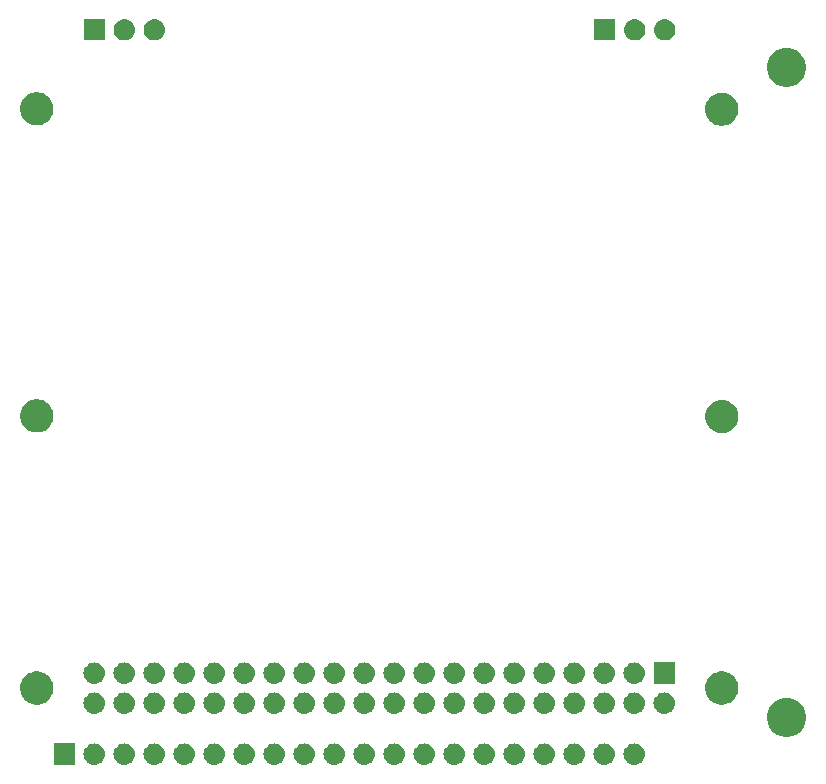
<source format=gbs>
G04 #@! TF.GenerationSoftware,KiCad,Pcbnew,(5.0.2)-1*
G04 #@! TF.CreationDate,2019-03-17T11:04:46+01:00*
G04 #@! TF.ProjectId,iC880A_Adapter_V1.1,69433838-3041-45f4-9164-61707465725f,rev?*
G04 #@! TF.SameCoordinates,Original*
G04 #@! TF.FileFunction,Soldermask,Bot*
G04 #@! TF.FilePolarity,Negative*
%FSLAX46Y46*%
G04 Gerber Fmt 4.6, Leading zero omitted, Abs format (unit mm)*
G04 Created by KiCad (PCBNEW (5.0.2)-1) date 17.03.2019 11:04:46*
%MOMM*%
%LPD*%
G01*
G04 APERTURE LIST*
%ADD10C,0.100000*%
G04 APERTURE END LIST*
D10*
G36*
X130138363Y-190892199D02*
X130204547Y-190898717D01*
X130317773Y-190933064D01*
X130374387Y-190950237D01*
X130513007Y-191024332D01*
X130530911Y-191033902D01*
X130566649Y-191063232D01*
X130668106Y-191146494D01*
X130751368Y-191247951D01*
X130780698Y-191283689D01*
X130780699Y-191283691D01*
X130864363Y-191440213D01*
X130864363Y-191440214D01*
X130915883Y-191610053D01*
X130933279Y-191786680D01*
X130915883Y-191963307D01*
X130881536Y-192076533D01*
X130864363Y-192133147D01*
X130790268Y-192271767D01*
X130780698Y-192289671D01*
X130751368Y-192325409D01*
X130668106Y-192426866D01*
X130566649Y-192510128D01*
X130530911Y-192539458D01*
X130530909Y-192539459D01*
X130374387Y-192623123D01*
X130317773Y-192640296D01*
X130204547Y-192674643D01*
X130138362Y-192681162D01*
X130072180Y-192687680D01*
X129983660Y-192687680D01*
X129917478Y-192681162D01*
X129851293Y-192674643D01*
X129738067Y-192640296D01*
X129681453Y-192623123D01*
X129524931Y-192539459D01*
X129524929Y-192539458D01*
X129489191Y-192510128D01*
X129387734Y-192426866D01*
X129304472Y-192325409D01*
X129275142Y-192289671D01*
X129265572Y-192271767D01*
X129191477Y-192133147D01*
X129174304Y-192076533D01*
X129139957Y-191963307D01*
X129122561Y-191786680D01*
X129139957Y-191610053D01*
X129191477Y-191440214D01*
X129191477Y-191440213D01*
X129275141Y-191283691D01*
X129275142Y-191283689D01*
X129304472Y-191247951D01*
X129387734Y-191146494D01*
X129489191Y-191063232D01*
X129524929Y-191033902D01*
X129542833Y-191024332D01*
X129681453Y-190950237D01*
X129738067Y-190933064D01*
X129851293Y-190898717D01*
X129917477Y-190892199D01*
X129983660Y-190885680D01*
X130072180Y-190885680D01*
X130138363Y-190892199D01*
X130138363Y-190892199D01*
G37*
G36*
X102198363Y-190892199D02*
X102264547Y-190898717D01*
X102377773Y-190933064D01*
X102434387Y-190950237D01*
X102573007Y-191024332D01*
X102590911Y-191033902D01*
X102626649Y-191063232D01*
X102728106Y-191146494D01*
X102811368Y-191247951D01*
X102840698Y-191283689D01*
X102840699Y-191283691D01*
X102924363Y-191440213D01*
X102924363Y-191440214D01*
X102975883Y-191610053D01*
X102993279Y-191786680D01*
X102975883Y-191963307D01*
X102941536Y-192076533D01*
X102924363Y-192133147D01*
X102850268Y-192271767D01*
X102840698Y-192289671D01*
X102811368Y-192325409D01*
X102728106Y-192426866D01*
X102626649Y-192510128D01*
X102590911Y-192539458D01*
X102590909Y-192539459D01*
X102434387Y-192623123D01*
X102377773Y-192640296D01*
X102264547Y-192674643D01*
X102198362Y-192681162D01*
X102132180Y-192687680D01*
X102043660Y-192687680D01*
X101977478Y-192681162D01*
X101911293Y-192674643D01*
X101798067Y-192640296D01*
X101741453Y-192623123D01*
X101584931Y-192539459D01*
X101584929Y-192539458D01*
X101549191Y-192510128D01*
X101447734Y-192426866D01*
X101364472Y-192325409D01*
X101335142Y-192289671D01*
X101325572Y-192271767D01*
X101251477Y-192133147D01*
X101234304Y-192076533D01*
X101199957Y-191963307D01*
X101182561Y-191786680D01*
X101199957Y-191610053D01*
X101251477Y-191440214D01*
X101251477Y-191440213D01*
X101335141Y-191283691D01*
X101335142Y-191283689D01*
X101364472Y-191247951D01*
X101447734Y-191146494D01*
X101549191Y-191063232D01*
X101584929Y-191033902D01*
X101602833Y-191024332D01*
X101741453Y-190950237D01*
X101798067Y-190933064D01*
X101911293Y-190898717D01*
X101977477Y-190892199D01*
X102043660Y-190885680D01*
X102132180Y-190885680D01*
X102198363Y-190892199D01*
X102198363Y-190892199D01*
G37*
G36*
X125058363Y-190892199D02*
X125124547Y-190898717D01*
X125237773Y-190933064D01*
X125294387Y-190950237D01*
X125433007Y-191024332D01*
X125450911Y-191033902D01*
X125486649Y-191063232D01*
X125588106Y-191146494D01*
X125671368Y-191247951D01*
X125700698Y-191283689D01*
X125700699Y-191283691D01*
X125784363Y-191440213D01*
X125784363Y-191440214D01*
X125835883Y-191610053D01*
X125853279Y-191786680D01*
X125835883Y-191963307D01*
X125801536Y-192076533D01*
X125784363Y-192133147D01*
X125710268Y-192271767D01*
X125700698Y-192289671D01*
X125671368Y-192325409D01*
X125588106Y-192426866D01*
X125486649Y-192510128D01*
X125450911Y-192539458D01*
X125450909Y-192539459D01*
X125294387Y-192623123D01*
X125237773Y-192640296D01*
X125124547Y-192674643D01*
X125058362Y-192681162D01*
X124992180Y-192687680D01*
X124903660Y-192687680D01*
X124837478Y-192681162D01*
X124771293Y-192674643D01*
X124658067Y-192640296D01*
X124601453Y-192623123D01*
X124444931Y-192539459D01*
X124444929Y-192539458D01*
X124409191Y-192510128D01*
X124307734Y-192426866D01*
X124224472Y-192325409D01*
X124195142Y-192289671D01*
X124185572Y-192271767D01*
X124111477Y-192133147D01*
X124094304Y-192076533D01*
X124059957Y-191963307D01*
X124042561Y-191786680D01*
X124059957Y-191610053D01*
X124111477Y-191440214D01*
X124111477Y-191440213D01*
X124195141Y-191283691D01*
X124195142Y-191283689D01*
X124224472Y-191247951D01*
X124307734Y-191146494D01*
X124409191Y-191063232D01*
X124444929Y-191033902D01*
X124462833Y-191024332D01*
X124601453Y-190950237D01*
X124658067Y-190933064D01*
X124771293Y-190898717D01*
X124837477Y-190892199D01*
X124903660Y-190885680D01*
X124992180Y-190885680D01*
X125058363Y-190892199D01*
X125058363Y-190892199D01*
G37*
G36*
X122518363Y-190892199D02*
X122584547Y-190898717D01*
X122697773Y-190933064D01*
X122754387Y-190950237D01*
X122893007Y-191024332D01*
X122910911Y-191033902D01*
X122946649Y-191063232D01*
X123048106Y-191146494D01*
X123131368Y-191247951D01*
X123160698Y-191283689D01*
X123160699Y-191283691D01*
X123244363Y-191440213D01*
X123244363Y-191440214D01*
X123295883Y-191610053D01*
X123313279Y-191786680D01*
X123295883Y-191963307D01*
X123261536Y-192076533D01*
X123244363Y-192133147D01*
X123170268Y-192271767D01*
X123160698Y-192289671D01*
X123131368Y-192325409D01*
X123048106Y-192426866D01*
X122946649Y-192510128D01*
X122910911Y-192539458D01*
X122910909Y-192539459D01*
X122754387Y-192623123D01*
X122697773Y-192640296D01*
X122584547Y-192674643D01*
X122518362Y-192681162D01*
X122452180Y-192687680D01*
X122363660Y-192687680D01*
X122297478Y-192681162D01*
X122231293Y-192674643D01*
X122118067Y-192640296D01*
X122061453Y-192623123D01*
X121904931Y-192539459D01*
X121904929Y-192539458D01*
X121869191Y-192510128D01*
X121767734Y-192426866D01*
X121684472Y-192325409D01*
X121655142Y-192289671D01*
X121645572Y-192271767D01*
X121571477Y-192133147D01*
X121554304Y-192076533D01*
X121519957Y-191963307D01*
X121502561Y-191786680D01*
X121519957Y-191610053D01*
X121571477Y-191440214D01*
X121571477Y-191440213D01*
X121655141Y-191283691D01*
X121655142Y-191283689D01*
X121684472Y-191247951D01*
X121767734Y-191146494D01*
X121869191Y-191063232D01*
X121904929Y-191033902D01*
X121922833Y-191024332D01*
X122061453Y-190950237D01*
X122118067Y-190933064D01*
X122231293Y-190898717D01*
X122297477Y-190892199D01*
X122363660Y-190885680D01*
X122452180Y-190885680D01*
X122518363Y-190892199D01*
X122518363Y-190892199D01*
G37*
G36*
X119978363Y-190892199D02*
X120044547Y-190898717D01*
X120157773Y-190933064D01*
X120214387Y-190950237D01*
X120353007Y-191024332D01*
X120370911Y-191033902D01*
X120406649Y-191063232D01*
X120508106Y-191146494D01*
X120591368Y-191247951D01*
X120620698Y-191283689D01*
X120620699Y-191283691D01*
X120704363Y-191440213D01*
X120704363Y-191440214D01*
X120755883Y-191610053D01*
X120773279Y-191786680D01*
X120755883Y-191963307D01*
X120721536Y-192076533D01*
X120704363Y-192133147D01*
X120630268Y-192271767D01*
X120620698Y-192289671D01*
X120591368Y-192325409D01*
X120508106Y-192426866D01*
X120406649Y-192510128D01*
X120370911Y-192539458D01*
X120370909Y-192539459D01*
X120214387Y-192623123D01*
X120157773Y-192640296D01*
X120044547Y-192674643D01*
X119978362Y-192681162D01*
X119912180Y-192687680D01*
X119823660Y-192687680D01*
X119757478Y-192681162D01*
X119691293Y-192674643D01*
X119578067Y-192640296D01*
X119521453Y-192623123D01*
X119364931Y-192539459D01*
X119364929Y-192539458D01*
X119329191Y-192510128D01*
X119227734Y-192426866D01*
X119144472Y-192325409D01*
X119115142Y-192289671D01*
X119105572Y-192271767D01*
X119031477Y-192133147D01*
X119014304Y-192076533D01*
X118979957Y-191963307D01*
X118962561Y-191786680D01*
X118979957Y-191610053D01*
X119031477Y-191440214D01*
X119031477Y-191440213D01*
X119115141Y-191283691D01*
X119115142Y-191283689D01*
X119144472Y-191247951D01*
X119227734Y-191146494D01*
X119329191Y-191063232D01*
X119364929Y-191033902D01*
X119382833Y-191024332D01*
X119521453Y-190950237D01*
X119578067Y-190933064D01*
X119691293Y-190898717D01*
X119757477Y-190892199D01*
X119823660Y-190885680D01*
X119912180Y-190885680D01*
X119978363Y-190892199D01*
X119978363Y-190892199D01*
G37*
G36*
X117438363Y-190892199D02*
X117504547Y-190898717D01*
X117617773Y-190933064D01*
X117674387Y-190950237D01*
X117813007Y-191024332D01*
X117830911Y-191033902D01*
X117866649Y-191063232D01*
X117968106Y-191146494D01*
X118051368Y-191247951D01*
X118080698Y-191283689D01*
X118080699Y-191283691D01*
X118164363Y-191440213D01*
X118164363Y-191440214D01*
X118215883Y-191610053D01*
X118233279Y-191786680D01*
X118215883Y-191963307D01*
X118181536Y-192076533D01*
X118164363Y-192133147D01*
X118090268Y-192271767D01*
X118080698Y-192289671D01*
X118051368Y-192325409D01*
X117968106Y-192426866D01*
X117866649Y-192510128D01*
X117830911Y-192539458D01*
X117830909Y-192539459D01*
X117674387Y-192623123D01*
X117617773Y-192640296D01*
X117504547Y-192674643D01*
X117438362Y-192681162D01*
X117372180Y-192687680D01*
X117283660Y-192687680D01*
X117217478Y-192681162D01*
X117151293Y-192674643D01*
X117038067Y-192640296D01*
X116981453Y-192623123D01*
X116824931Y-192539459D01*
X116824929Y-192539458D01*
X116789191Y-192510128D01*
X116687734Y-192426866D01*
X116604472Y-192325409D01*
X116575142Y-192289671D01*
X116565572Y-192271767D01*
X116491477Y-192133147D01*
X116474304Y-192076533D01*
X116439957Y-191963307D01*
X116422561Y-191786680D01*
X116439957Y-191610053D01*
X116491477Y-191440214D01*
X116491477Y-191440213D01*
X116575141Y-191283691D01*
X116575142Y-191283689D01*
X116604472Y-191247951D01*
X116687734Y-191146494D01*
X116789191Y-191063232D01*
X116824929Y-191033902D01*
X116842833Y-191024332D01*
X116981453Y-190950237D01*
X117038067Y-190933064D01*
X117151293Y-190898717D01*
X117217477Y-190892199D01*
X117283660Y-190885680D01*
X117372180Y-190885680D01*
X117438363Y-190892199D01*
X117438363Y-190892199D01*
G37*
G36*
X114898363Y-190892199D02*
X114964547Y-190898717D01*
X115077773Y-190933064D01*
X115134387Y-190950237D01*
X115273007Y-191024332D01*
X115290911Y-191033902D01*
X115326649Y-191063232D01*
X115428106Y-191146494D01*
X115511368Y-191247951D01*
X115540698Y-191283689D01*
X115540699Y-191283691D01*
X115624363Y-191440213D01*
X115624363Y-191440214D01*
X115675883Y-191610053D01*
X115693279Y-191786680D01*
X115675883Y-191963307D01*
X115641536Y-192076533D01*
X115624363Y-192133147D01*
X115550268Y-192271767D01*
X115540698Y-192289671D01*
X115511368Y-192325409D01*
X115428106Y-192426866D01*
X115326649Y-192510128D01*
X115290911Y-192539458D01*
X115290909Y-192539459D01*
X115134387Y-192623123D01*
X115077773Y-192640296D01*
X114964547Y-192674643D01*
X114898362Y-192681162D01*
X114832180Y-192687680D01*
X114743660Y-192687680D01*
X114677478Y-192681162D01*
X114611293Y-192674643D01*
X114498067Y-192640296D01*
X114441453Y-192623123D01*
X114284931Y-192539459D01*
X114284929Y-192539458D01*
X114249191Y-192510128D01*
X114147734Y-192426866D01*
X114064472Y-192325409D01*
X114035142Y-192289671D01*
X114025572Y-192271767D01*
X113951477Y-192133147D01*
X113934304Y-192076533D01*
X113899957Y-191963307D01*
X113882561Y-191786680D01*
X113899957Y-191610053D01*
X113951477Y-191440214D01*
X113951477Y-191440213D01*
X114035141Y-191283691D01*
X114035142Y-191283689D01*
X114064472Y-191247951D01*
X114147734Y-191146494D01*
X114249191Y-191063232D01*
X114284929Y-191033902D01*
X114302833Y-191024332D01*
X114441453Y-190950237D01*
X114498067Y-190933064D01*
X114611293Y-190898717D01*
X114677477Y-190892199D01*
X114743660Y-190885680D01*
X114832180Y-190885680D01*
X114898363Y-190892199D01*
X114898363Y-190892199D01*
G37*
G36*
X112358363Y-190892199D02*
X112424547Y-190898717D01*
X112537773Y-190933064D01*
X112594387Y-190950237D01*
X112733007Y-191024332D01*
X112750911Y-191033902D01*
X112786649Y-191063232D01*
X112888106Y-191146494D01*
X112971368Y-191247951D01*
X113000698Y-191283689D01*
X113000699Y-191283691D01*
X113084363Y-191440213D01*
X113084363Y-191440214D01*
X113135883Y-191610053D01*
X113153279Y-191786680D01*
X113135883Y-191963307D01*
X113101536Y-192076533D01*
X113084363Y-192133147D01*
X113010268Y-192271767D01*
X113000698Y-192289671D01*
X112971368Y-192325409D01*
X112888106Y-192426866D01*
X112786649Y-192510128D01*
X112750911Y-192539458D01*
X112750909Y-192539459D01*
X112594387Y-192623123D01*
X112537773Y-192640296D01*
X112424547Y-192674643D01*
X112358362Y-192681162D01*
X112292180Y-192687680D01*
X112203660Y-192687680D01*
X112137478Y-192681162D01*
X112071293Y-192674643D01*
X111958067Y-192640296D01*
X111901453Y-192623123D01*
X111744931Y-192539459D01*
X111744929Y-192539458D01*
X111709191Y-192510128D01*
X111607734Y-192426866D01*
X111524472Y-192325409D01*
X111495142Y-192289671D01*
X111485572Y-192271767D01*
X111411477Y-192133147D01*
X111394304Y-192076533D01*
X111359957Y-191963307D01*
X111342561Y-191786680D01*
X111359957Y-191610053D01*
X111411477Y-191440214D01*
X111411477Y-191440213D01*
X111495141Y-191283691D01*
X111495142Y-191283689D01*
X111524472Y-191247951D01*
X111607734Y-191146494D01*
X111709191Y-191063232D01*
X111744929Y-191033902D01*
X111762833Y-191024332D01*
X111901453Y-190950237D01*
X111958067Y-190933064D01*
X112071293Y-190898717D01*
X112137477Y-190892199D01*
X112203660Y-190885680D01*
X112292180Y-190885680D01*
X112358363Y-190892199D01*
X112358363Y-190892199D01*
G37*
G36*
X109818363Y-190892199D02*
X109884547Y-190898717D01*
X109997773Y-190933064D01*
X110054387Y-190950237D01*
X110193007Y-191024332D01*
X110210911Y-191033902D01*
X110246649Y-191063232D01*
X110348106Y-191146494D01*
X110431368Y-191247951D01*
X110460698Y-191283689D01*
X110460699Y-191283691D01*
X110544363Y-191440213D01*
X110544363Y-191440214D01*
X110595883Y-191610053D01*
X110613279Y-191786680D01*
X110595883Y-191963307D01*
X110561536Y-192076533D01*
X110544363Y-192133147D01*
X110470268Y-192271767D01*
X110460698Y-192289671D01*
X110431368Y-192325409D01*
X110348106Y-192426866D01*
X110246649Y-192510128D01*
X110210911Y-192539458D01*
X110210909Y-192539459D01*
X110054387Y-192623123D01*
X109997773Y-192640296D01*
X109884547Y-192674643D01*
X109818362Y-192681162D01*
X109752180Y-192687680D01*
X109663660Y-192687680D01*
X109597478Y-192681162D01*
X109531293Y-192674643D01*
X109418067Y-192640296D01*
X109361453Y-192623123D01*
X109204931Y-192539459D01*
X109204929Y-192539458D01*
X109169191Y-192510128D01*
X109067734Y-192426866D01*
X108984472Y-192325409D01*
X108955142Y-192289671D01*
X108945572Y-192271767D01*
X108871477Y-192133147D01*
X108854304Y-192076533D01*
X108819957Y-191963307D01*
X108802561Y-191786680D01*
X108819957Y-191610053D01*
X108871477Y-191440214D01*
X108871477Y-191440213D01*
X108955141Y-191283691D01*
X108955142Y-191283689D01*
X108984472Y-191247951D01*
X109067734Y-191146494D01*
X109169191Y-191063232D01*
X109204929Y-191033902D01*
X109222833Y-191024332D01*
X109361453Y-190950237D01*
X109418067Y-190933064D01*
X109531293Y-190898717D01*
X109597477Y-190892199D01*
X109663660Y-190885680D01*
X109752180Y-190885680D01*
X109818363Y-190892199D01*
X109818363Y-190892199D01*
G37*
G36*
X107278363Y-190892199D02*
X107344547Y-190898717D01*
X107457773Y-190933064D01*
X107514387Y-190950237D01*
X107653007Y-191024332D01*
X107670911Y-191033902D01*
X107706649Y-191063232D01*
X107808106Y-191146494D01*
X107891368Y-191247951D01*
X107920698Y-191283689D01*
X107920699Y-191283691D01*
X108004363Y-191440213D01*
X108004363Y-191440214D01*
X108055883Y-191610053D01*
X108073279Y-191786680D01*
X108055883Y-191963307D01*
X108021536Y-192076533D01*
X108004363Y-192133147D01*
X107930268Y-192271767D01*
X107920698Y-192289671D01*
X107891368Y-192325409D01*
X107808106Y-192426866D01*
X107706649Y-192510128D01*
X107670911Y-192539458D01*
X107670909Y-192539459D01*
X107514387Y-192623123D01*
X107457773Y-192640296D01*
X107344547Y-192674643D01*
X107278362Y-192681162D01*
X107212180Y-192687680D01*
X107123660Y-192687680D01*
X107057478Y-192681162D01*
X106991293Y-192674643D01*
X106878067Y-192640296D01*
X106821453Y-192623123D01*
X106664931Y-192539459D01*
X106664929Y-192539458D01*
X106629191Y-192510128D01*
X106527734Y-192426866D01*
X106444472Y-192325409D01*
X106415142Y-192289671D01*
X106405572Y-192271767D01*
X106331477Y-192133147D01*
X106314304Y-192076533D01*
X106279957Y-191963307D01*
X106262561Y-191786680D01*
X106279957Y-191610053D01*
X106331477Y-191440214D01*
X106331477Y-191440213D01*
X106415141Y-191283691D01*
X106415142Y-191283689D01*
X106444472Y-191247951D01*
X106527734Y-191146494D01*
X106629191Y-191063232D01*
X106664929Y-191033902D01*
X106682833Y-191024332D01*
X106821453Y-190950237D01*
X106878067Y-190933064D01*
X106991293Y-190898717D01*
X107057477Y-190892199D01*
X107123660Y-190885680D01*
X107212180Y-190885680D01*
X107278363Y-190892199D01*
X107278363Y-190892199D01*
G37*
G36*
X104738363Y-190892199D02*
X104804547Y-190898717D01*
X104917773Y-190933064D01*
X104974387Y-190950237D01*
X105113007Y-191024332D01*
X105130911Y-191033902D01*
X105166649Y-191063232D01*
X105268106Y-191146494D01*
X105351368Y-191247951D01*
X105380698Y-191283689D01*
X105380699Y-191283691D01*
X105464363Y-191440213D01*
X105464363Y-191440214D01*
X105515883Y-191610053D01*
X105533279Y-191786680D01*
X105515883Y-191963307D01*
X105481536Y-192076533D01*
X105464363Y-192133147D01*
X105390268Y-192271767D01*
X105380698Y-192289671D01*
X105351368Y-192325409D01*
X105268106Y-192426866D01*
X105166649Y-192510128D01*
X105130911Y-192539458D01*
X105130909Y-192539459D01*
X104974387Y-192623123D01*
X104917773Y-192640296D01*
X104804547Y-192674643D01*
X104738362Y-192681162D01*
X104672180Y-192687680D01*
X104583660Y-192687680D01*
X104517478Y-192681162D01*
X104451293Y-192674643D01*
X104338067Y-192640296D01*
X104281453Y-192623123D01*
X104124931Y-192539459D01*
X104124929Y-192539458D01*
X104089191Y-192510128D01*
X103987734Y-192426866D01*
X103904472Y-192325409D01*
X103875142Y-192289671D01*
X103865572Y-192271767D01*
X103791477Y-192133147D01*
X103774304Y-192076533D01*
X103739957Y-191963307D01*
X103722561Y-191786680D01*
X103739957Y-191610053D01*
X103791477Y-191440214D01*
X103791477Y-191440213D01*
X103875141Y-191283691D01*
X103875142Y-191283689D01*
X103904472Y-191247951D01*
X103987734Y-191146494D01*
X104089191Y-191063232D01*
X104124929Y-191033902D01*
X104142833Y-191024332D01*
X104281453Y-190950237D01*
X104338067Y-190933064D01*
X104451293Y-190898717D01*
X104517477Y-190892199D01*
X104583660Y-190885680D01*
X104672180Y-190885680D01*
X104738363Y-190892199D01*
X104738363Y-190892199D01*
G37*
G36*
X99658363Y-190892199D02*
X99724547Y-190898717D01*
X99837773Y-190933064D01*
X99894387Y-190950237D01*
X100033007Y-191024332D01*
X100050911Y-191033902D01*
X100086649Y-191063232D01*
X100188106Y-191146494D01*
X100271368Y-191247951D01*
X100300698Y-191283689D01*
X100300699Y-191283691D01*
X100384363Y-191440213D01*
X100384363Y-191440214D01*
X100435883Y-191610053D01*
X100453279Y-191786680D01*
X100435883Y-191963307D01*
X100401536Y-192076533D01*
X100384363Y-192133147D01*
X100310268Y-192271767D01*
X100300698Y-192289671D01*
X100271368Y-192325409D01*
X100188106Y-192426866D01*
X100086649Y-192510128D01*
X100050911Y-192539458D01*
X100050909Y-192539459D01*
X99894387Y-192623123D01*
X99837773Y-192640296D01*
X99724547Y-192674643D01*
X99658362Y-192681162D01*
X99592180Y-192687680D01*
X99503660Y-192687680D01*
X99437478Y-192681162D01*
X99371293Y-192674643D01*
X99258067Y-192640296D01*
X99201453Y-192623123D01*
X99044931Y-192539459D01*
X99044929Y-192539458D01*
X99009191Y-192510128D01*
X98907734Y-192426866D01*
X98824472Y-192325409D01*
X98795142Y-192289671D01*
X98785572Y-192271767D01*
X98711477Y-192133147D01*
X98694304Y-192076533D01*
X98659957Y-191963307D01*
X98642561Y-191786680D01*
X98659957Y-191610053D01*
X98711477Y-191440214D01*
X98711477Y-191440213D01*
X98795141Y-191283691D01*
X98795142Y-191283689D01*
X98824472Y-191247951D01*
X98907734Y-191146494D01*
X99009191Y-191063232D01*
X99044929Y-191033902D01*
X99062833Y-191024332D01*
X99201453Y-190950237D01*
X99258067Y-190933064D01*
X99371293Y-190898717D01*
X99437477Y-190892199D01*
X99503660Y-190885680D01*
X99592180Y-190885680D01*
X99658363Y-190892199D01*
X99658363Y-190892199D01*
G37*
G36*
X97118363Y-190892199D02*
X97184547Y-190898717D01*
X97297773Y-190933064D01*
X97354387Y-190950237D01*
X97493007Y-191024332D01*
X97510911Y-191033902D01*
X97546649Y-191063232D01*
X97648106Y-191146494D01*
X97731368Y-191247951D01*
X97760698Y-191283689D01*
X97760699Y-191283691D01*
X97844363Y-191440213D01*
X97844363Y-191440214D01*
X97895883Y-191610053D01*
X97913279Y-191786680D01*
X97895883Y-191963307D01*
X97861536Y-192076533D01*
X97844363Y-192133147D01*
X97770268Y-192271767D01*
X97760698Y-192289671D01*
X97731368Y-192325409D01*
X97648106Y-192426866D01*
X97546649Y-192510128D01*
X97510911Y-192539458D01*
X97510909Y-192539459D01*
X97354387Y-192623123D01*
X97297773Y-192640296D01*
X97184547Y-192674643D01*
X97118362Y-192681162D01*
X97052180Y-192687680D01*
X96963660Y-192687680D01*
X96897478Y-192681162D01*
X96831293Y-192674643D01*
X96718067Y-192640296D01*
X96661453Y-192623123D01*
X96504931Y-192539459D01*
X96504929Y-192539458D01*
X96469191Y-192510128D01*
X96367734Y-192426866D01*
X96284472Y-192325409D01*
X96255142Y-192289671D01*
X96245572Y-192271767D01*
X96171477Y-192133147D01*
X96154304Y-192076533D01*
X96119957Y-191963307D01*
X96102561Y-191786680D01*
X96119957Y-191610053D01*
X96171477Y-191440214D01*
X96171477Y-191440213D01*
X96255141Y-191283691D01*
X96255142Y-191283689D01*
X96284472Y-191247951D01*
X96367734Y-191146494D01*
X96469191Y-191063232D01*
X96504929Y-191033902D01*
X96522833Y-191024332D01*
X96661453Y-190950237D01*
X96718067Y-190933064D01*
X96831293Y-190898717D01*
X96897477Y-190892199D01*
X96963660Y-190885680D01*
X97052180Y-190885680D01*
X97118363Y-190892199D01*
X97118363Y-190892199D01*
G37*
G36*
X94578363Y-190892199D02*
X94644547Y-190898717D01*
X94757773Y-190933064D01*
X94814387Y-190950237D01*
X94953007Y-191024332D01*
X94970911Y-191033902D01*
X95006649Y-191063232D01*
X95108106Y-191146494D01*
X95191368Y-191247951D01*
X95220698Y-191283689D01*
X95220699Y-191283691D01*
X95304363Y-191440213D01*
X95304363Y-191440214D01*
X95355883Y-191610053D01*
X95373279Y-191786680D01*
X95355883Y-191963307D01*
X95321536Y-192076533D01*
X95304363Y-192133147D01*
X95230268Y-192271767D01*
X95220698Y-192289671D01*
X95191368Y-192325409D01*
X95108106Y-192426866D01*
X95006649Y-192510128D01*
X94970911Y-192539458D01*
X94970909Y-192539459D01*
X94814387Y-192623123D01*
X94757773Y-192640296D01*
X94644547Y-192674643D01*
X94578362Y-192681162D01*
X94512180Y-192687680D01*
X94423660Y-192687680D01*
X94357478Y-192681162D01*
X94291293Y-192674643D01*
X94178067Y-192640296D01*
X94121453Y-192623123D01*
X93964931Y-192539459D01*
X93964929Y-192539458D01*
X93929191Y-192510128D01*
X93827734Y-192426866D01*
X93744472Y-192325409D01*
X93715142Y-192289671D01*
X93705572Y-192271767D01*
X93631477Y-192133147D01*
X93614304Y-192076533D01*
X93579957Y-191963307D01*
X93562561Y-191786680D01*
X93579957Y-191610053D01*
X93631477Y-191440214D01*
X93631477Y-191440213D01*
X93715141Y-191283691D01*
X93715142Y-191283689D01*
X93744472Y-191247951D01*
X93827734Y-191146494D01*
X93929191Y-191063232D01*
X93964929Y-191033902D01*
X93982833Y-191024332D01*
X94121453Y-190950237D01*
X94178067Y-190933064D01*
X94291293Y-190898717D01*
X94357477Y-190892199D01*
X94423660Y-190885680D01*
X94512180Y-190885680D01*
X94578363Y-190892199D01*
X94578363Y-190892199D01*
G37*
G36*
X92038363Y-190892199D02*
X92104547Y-190898717D01*
X92217773Y-190933064D01*
X92274387Y-190950237D01*
X92413007Y-191024332D01*
X92430911Y-191033902D01*
X92466649Y-191063232D01*
X92568106Y-191146494D01*
X92651368Y-191247951D01*
X92680698Y-191283689D01*
X92680699Y-191283691D01*
X92764363Y-191440213D01*
X92764363Y-191440214D01*
X92815883Y-191610053D01*
X92833279Y-191786680D01*
X92815883Y-191963307D01*
X92781536Y-192076533D01*
X92764363Y-192133147D01*
X92690268Y-192271767D01*
X92680698Y-192289671D01*
X92651368Y-192325409D01*
X92568106Y-192426866D01*
X92466649Y-192510128D01*
X92430911Y-192539458D01*
X92430909Y-192539459D01*
X92274387Y-192623123D01*
X92217773Y-192640296D01*
X92104547Y-192674643D01*
X92038362Y-192681162D01*
X91972180Y-192687680D01*
X91883660Y-192687680D01*
X91817478Y-192681162D01*
X91751293Y-192674643D01*
X91638067Y-192640296D01*
X91581453Y-192623123D01*
X91424931Y-192539459D01*
X91424929Y-192539458D01*
X91389191Y-192510128D01*
X91287734Y-192426866D01*
X91204472Y-192325409D01*
X91175142Y-192289671D01*
X91165572Y-192271767D01*
X91091477Y-192133147D01*
X91074304Y-192076533D01*
X91039957Y-191963307D01*
X91022561Y-191786680D01*
X91039957Y-191610053D01*
X91091477Y-191440214D01*
X91091477Y-191440213D01*
X91175141Y-191283691D01*
X91175142Y-191283689D01*
X91204472Y-191247951D01*
X91287734Y-191146494D01*
X91389191Y-191063232D01*
X91424929Y-191033902D01*
X91442833Y-191024332D01*
X91581453Y-190950237D01*
X91638067Y-190933064D01*
X91751293Y-190898717D01*
X91817477Y-190892199D01*
X91883660Y-190885680D01*
X91972180Y-190885680D01*
X92038363Y-190892199D01*
X92038363Y-190892199D01*
G37*
G36*
X89498363Y-190892199D02*
X89564547Y-190898717D01*
X89677773Y-190933064D01*
X89734387Y-190950237D01*
X89873007Y-191024332D01*
X89890911Y-191033902D01*
X89926649Y-191063232D01*
X90028106Y-191146494D01*
X90111368Y-191247951D01*
X90140698Y-191283689D01*
X90140699Y-191283691D01*
X90224363Y-191440213D01*
X90224363Y-191440214D01*
X90275883Y-191610053D01*
X90293279Y-191786680D01*
X90275883Y-191963307D01*
X90241536Y-192076533D01*
X90224363Y-192133147D01*
X90150268Y-192271767D01*
X90140698Y-192289671D01*
X90111368Y-192325409D01*
X90028106Y-192426866D01*
X89926649Y-192510128D01*
X89890911Y-192539458D01*
X89890909Y-192539459D01*
X89734387Y-192623123D01*
X89677773Y-192640296D01*
X89564547Y-192674643D01*
X89498362Y-192681162D01*
X89432180Y-192687680D01*
X89343660Y-192687680D01*
X89277478Y-192681162D01*
X89211293Y-192674643D01*
X89098067Y-192640296D01*
X89041453Y-192623123D01*
X88884931Y-192539459D01*
X88884929Y-192539458D01*
X88849191Y-192510128D01*
X88747734Y-192426866D01*
X88664472Y-192325409D01*
X88635142Y-192289671D01*
X88625572Y-192271767D01*
X88551477Y-192133147D01*
X88534304Y-192076533D01*
X88499957Y-191963307D01*
X88482561Y-191786680D01*
X88499957Y-191610053D01*
X88551477Y-191440214D01*
X88551477Y-191440213D01*
X88635141Y-191283691D01*
X88635142Y-191283689D01*
X88664472Y-191247951D01*
X88747734Y-191146494D01*
X88849191Y-191063232D01*
X88884929Y-191033902D01*
X88902833Y-191024332D01*
X89041453Y-190950237D01*
X89098067Y-190933064D01*
X89211293Y-190898717D01*
X89277477Y-190892199D01*
X89343660Y-190885680D01*
X89432180Y-190885680D01*
X89498363Y-190892199D01*
X89498363Y-190892199D01*
G37*
G36*
X86958363Y-190892199D02*
X87024547Y-190898717D01*
X87137773Y-190933064D01*
X87194387Y-190950237D01*
X87333007Y-191024332D01*
X87350911Y-191033902D01*
X87386649Y-191063232D01*
X87488106Y-191146494D01*
X87571368Y-191247951D01*
X87600698Y-191283689D01*
X87600699Y-191283691D01*
X87684363Y-191440213D01*
X87684363Y-191440214D01*
X87735883Y-191610053D01*
X87753279Y-191786680D01*
X87735883Y-191963307D01*
X87701536Y-192076533D01*
X87684363Y-192133147D01*
X87610268Y-192271767D01*
X87600698Y-192289671D01*
X87571368Y-192325409D01*
X87488106Y-192426866D01*
X87386649Y-192510128D01*
X87350911Y-192539458D01*
X87350909Y-192539459D01*
X87194387Y-192623123D01*
X87137773Y-192640296D01*
X87024547Y-192674643D01*
X86958362Y-192681162D01*
X86892180Y-192687680D01*
X86803660Y-192687680D01*
X86737478Y-192681162D01*
X86671293Y-192674643D01*
X86558067Y-192640296D01*
X86501453Y-192623123D01*
X86344931Y-192539459D01*
X86344929Y-192539458D01*
X86309191Y-192510128D01*
X86207734Y-192426866D01*
X86124472Y-192325409D01*
X86095142Y-192289671D01*
X86085572Y-192271767D01*
X86011477Y-192133147D01*
X85994304Y-192076533D01*
X85959957Y-191963307D01*
X85942561Y-191786680D01*
X85959957Y-191610053D01*
X86011477Y-191440214D01*
X86011477Y-191440213D01*
X86095141Y-191283691D01*
X86095142Y-191283689D01*
X86124472Y-191247951D01*
X86207734Y-191146494D01*
X86309191Y-191063232D01*
X86344929Y-191033902D01*
X86362833Y-191024332D01*
X86501453Y-190950237D01*
X86558067Y-190933064D01*
X86671293Y-190898717D01*
X86737477Y-190892199D01*
X86803660Y-190885680D01*
X86892180Y-190885680D01*
X86958363Y-190892199D01*
X86958363Y-190892199D01*
G37*
G36*
X84418363Y-190892199D02*
X84484547Y-190898717D01*
X84597773Y-190933064D01*
X84654387Y-190950237D01*
X84793007Y-191024332D01*
X84810911Y-191033902D01*
X84846649Y-191063232D01*
X84948106Y-191146494D01*
X85031368Y-191247951D01*
X85060698Y-191283689D01*
X85060699Y-191283691D01*
X85144363Y-191440213D01*
X85144363Y-191440214D01*
X85195883Y-191610053D01*
X85213279Y-191786680D01*
X85195883Y-191963307D01*
X85161536Y-192076533D01*
X85144363Y-192133147D01*
X85070268Y-192271767D01*
X85060698Y-192289671D01*
X85031368Y-192325409D01*
X84948106Y-192426866D01*
X84846649Y-192510128D01*
X84810911Y-192539458D01*
X84810909Y-192539459D01*
X84654387Y-192623123D01*
X84597773Y-192640296D01*
X84484547Y-192674643D01*
X84418362Y-192681162D01*
X84352180Y-192687680D01*
X84263660Y-192687680D01*
X84197478Y-192681162D01*
X84131293Y-192674643D01*
X84018067Y-192640296D01*
X83961453Y-192623123D01*
X83804931Y-192539459D01*
X83804929Y-192539458D01*
X83769191Y-192510128D01*
X83667734Y-192426866D01*
X83584472Y-192325409D01*
X83555142Y-192289671D01*
X83545572Y-192271767D01*
X83471477Y-192133147D01*
X83454304Y-192076533D01*
X83419957Y-191963307D01*
X83402561Y-191786680D01*
X83419957Y-191610053D01*
X83471477Y-191440214D01*
X83471477Y-191440213D01*
X83555141Y-191283691D01*
X83555142Y-191283689D01*
X83584472Y-191247951D01*
X83667734Y-191146494D01*
X83769191Y-191063232D01*
X83804929Y-191033902D01*
X83822833Y-191024332D01*
X83961453Y-190950237D01*
X84018067Y-190933064D01*
X84131293Y-190898717D01*
X84197477Y-190892199D01*
X84263660Y-190885680D01*
X84352180Y-190885680D01*
X84418363Y-190892199D01*
X84418363Y-190892199D01*
G37*
G36*
X82668920Y-192687680D02*
X80866920Y-192687680D01*
X80866920Y-190885680D01*
X82668920Y-190885680D01*
X82668920Y-192687680D01*
X82668920Y-192687680D01*
G37*
G36*
X127598363Y-190892199D02*
X127664547Y-190898717D01*
X127777773Y-190933064D01*
X127834387Y-190950237D01*
X127973007Y-191024332D01*
X127990911Y-191033902D01*
X128026649Y-191063232D01*
X128128106Y-191146494D01*
X128211368Y-191247951D01*
X128240698Y-191283689D01*
X128240699Y-191283691D01*
X128324363Y-191440213D01*
X128324363Y-191440214D01*
X128375883Y-191610053D01*
X128393279Y-191786680D01*
X128375883Y-191963307D01*
X128341536Y-192076533D01*
X128324363Y-192133147D01*
X128250268Y-192271767D01*
X128240698Y-192289671D01*
X128211368Y-192325409D01*
X128128106Y-192426866D01*
X128026649Y-192510128D01*
X127990911Y-192539458D01*
X127990909Y-192539459D01*
X127834387Y-192623123D01*
X127777773Y-192640296D01*
X127664547Y-192674643D01*
X127598362Y-192681162D01*
X127532180Y-192687680D01*
X127443660Y-192687680D01*
X127377478Y-192681162D01*
X127311293Y-192674643D01*
X127198067Y-192640296D01*
X127141453Y-192623123D01*
X126984931Y-192539459D01*
X126984929Y-192539458D01*
X126949191Y-192510128D01*
X126847734Y-192426866D01*
X126764472Y-192325409D01*
X126735142Y-192289671D01*
X126725572Y-192271767D01*
X126651477Y-192133147D01*
X126634304Y-192076533D01*
X126599957Y-191963307D01*
X126582561Y-191786680D01*
X126599957Y-191610053D01*
X126651477Y-191440214D01*
X126651477Y-191440213D01*
X126735141Y-191283691D01*
X126735142Y-191283689D01*
X126764472Y-191247951D01*
X126847734Y-191146494D01*
X126949191Y-191063232D01*
X126984929Y-191033902D01*
X127002833Y-191024332D01*
X127141453Y-190950237D01*
X127198067Y-190933064D01*
X127311293Y-190898717D01*
X127377477Y-190892199D01*
X127443660Y-190885680D01*
X127532180Y-190885680D01*
X127598363Y-190892199D01*
X127598363Y-190892199D01*
G37*
G36*
X143289256Y-187072298D02*
X143395579Y-187093447D01*
X143696042Y-187217903D01*
X143787818Y-187279226D01*
X143966454Y-187398587D01*
X144196413Y-187628546D01*
X144196415Y-187628549D01*
X144377097Y-187898958D01*
X144501553Y-188199421D01*
X144522578Y-188305123D01*
X144565000Y-188518389D01*
X144565000Y-188843611D01*
X144501553Y-189162578D01*
X144377098Y-189463040D01*
X144196413Y-189733454D01*
X143966454Y-189963413D01*
X143966451Y-189963415D01*
X143696042Y-190144097D01*
X143395579Y-190268553D01*
X143289256Y-190289702D01*
X143076611Y-190332000D01*
X142751389Y-190332000D01*
X142538744Y-190289702D01*
X142432421Y-190268553D01*
X142131958Y-190144097D01*
X141861549Y-189963415D01*
X141861546Y-189963413D01*
X141631587Y-189733454D01*
X141450902Y-189463040D01*
X141326447Y-189162578D01*
X141263000Y-188843611D01*
X141263000Y-188518389D01*
X141305422Y-188305123D01*
X141326447Y-188199421D01*
X141450903Y-187898958D01*
X141631585Y-187628549D01*
X141631587Y-187628546D01*
X141861546Y-187398587D01*
X142040182Y-187279226D01*
X142131958Y-187217903D01*
X142432421Y-187093447D01*
X142538744Y-187072298D01*
X142751389Y-187030000D01*
X143076611Y-187030000D01*
X143289256Y-187072298D01*
X143289256Y-187072298D01*
G37*
G36*
X109818362Y-186574198D02*
X109884547Y-186580717D01*
X109997773Y-186615064D01*
X110054387Y-186632237D01*
X110193007Y-186706332D01*
X110210911Y-186715902D01*
X110246649Y-186745232D01*
X110348106Y-186828494D01*
X110431368Y-186929951D01*
X110460698Y-186965689D01*
X110460699Y-186965691D01*
X110544363Y-187122213D01*
X110544363Y-187122214D01*
X110595883Y-187292053D01*
X110613279Y-187468680D01*
X110595883Y-187645307D01*
X110561536Y-187758533D01*
X110544363Y-187815147D01*
X110499564Y-187898958D01*
X110460698Y-187971671D01*
X110431368Y-188007409D01*
X110348106Y-188108866D01*
X110246649Y-188192128D01*
X110210911Y-188221458D01*
X110210909Y-188221459D01*
X110054387Y-188305123D01*
X109997773Y-188322296D01*
X109884547Y-188356643D01*
X109818362Y-188363162D01*
X109752180Y-188369680D01*
X109663660Y-188369680D01*
X109597478Y-188363162D01*
X109531293Y-188356643D01*
X109418067Y-188322296D01*
X109361453Y-188305123D01*
X109204931Y-188221459D01*
X109204929Y-188221458D01*
X109169191Y-188192128D01*
X109067734Y-188108866D01*
X108984472Y-188007409D01*
X108955142Y-187971671D01*
X108916276Y-187898958D01*
X108871477Y-187815147D01*
X108854304Y-187758533D01*
X108819957Y-187645307D01*
X108802561Y-187468680D01*
X108819957Y-187292053D01*
X108871477Y-187122214D01*
X108871477Y-187122213D01*
X108955141Y-186965691D01*
X108955142Y-186965689D01*
X108984472Y-186929951D01*
X109067734Y-186828494D01*
X109169191Y-186745232D01*
X109204929Y-186715902D01*
X109222833Y-186706332D01*
X109361453Y-186632237D01*
X109418067Y-186615064D01*
X109531293Y-186580717D01*
X109597478Y-186574198D01*
X109663660Y-186567680D01*
X109752180Y-186567680D01*
X109818362Y-186574198D01*
X109818362Y-186574198D01*
G37*
G36*
X84418362Y-186574198D02*
X84484547Y-186580717D01*
X84597773Y-186615064D01*
X84654387Y-186632237D01*
X84793007Y-186706332D01*
X84810911Y-186715902D01*
X84846649Y-186745232D01*
X84948106Y-186828494D01*
X85031368Y-186929951D01*
X85060698Y-186965689D01*
X85060699Y-186965691D01*
X85144363Y-187122213D01*
X85144363Y-187122214D01*
X85195883Y-187292053D01*
X85213279Y-187468680D01*
X85195883Y-187645307D01*
X85161536Y-187758533D01*
X85144363Y-187815147D01*
X85099564Y-187898958D01*
X85060698Y-187971671D01*
X85031368Y-188007409D01*
X84948106Y-188108866D01*
X84846649Y-188192128D01*
X84810911Y-188221458D01*
X84810909Y-188221459D01*
X84654387Y-188305123D01*
X84597773Y-188322296D01*
X84484547Y-188356643D01*
X84418362Y-188363162D01*
X84352180Y-188369680D01*
X84263660Y-188369680D01*
X84197478Y-188363162D01*
X84131293Y-188356643D01*
X84018067Y-188322296D01*
X83961453Y-188305123D01*
X83804931Y-188221459D01*
X83804929Y-188221458D01*
X83769191Y-188192128D01*
X83667734Y-188108866D01*
X83584472Y-188007409D01*
X83555142Y-187971671D01*
X83516276Y-187898958D01*
X83471477Y-187815147D01*
X83454304Y-187758533D01*
X83419957Y-187645307D01*
X83402561Y-187468680D01*
X83419957Y-187292053D01*
X83471477Y-187122214D01*
X83471477Y-187122213D01*
X83555141Y-186965691D01*
X83555142Y-186965689D01*
X83584472Y-186929951D01*
X83667734Y-186828494D01*
X83769191Y-186745232D01*
X83804929Y-186715902D01*
X83822833Y-186706332D01*
X83961453Y-186632237D01*
X84018067Y-186615064D01*
X84131293Y-186580717D01*
X84197478Y-186574198D01*
X84263660Y-186567680D01*
X84352180Y-186567680D01*
X84418362Y-186574198D01*
X84418362Y-186574198D01*
G37*
G36*
X104738362Y-186574198D02*
X104804547Y-186580717D01*
X104917773Y-186615064D01*
X104974387Y-186632237D01*
X105113007Y-186706332D01*
X105130911Y-186715902D01*
X105166649Y-186745232D01*
X105268106Y-186828494D01*
X105351368Y-186929951D01*
X105380698Y-186965689D01*
X105380699Y-186965691D01*
X105464363Y-187122213D01*
X105464363Y-187122214D01*
X105515883Y-187292053D01*
X105533279Y-187468680D01*
X105515883Y-187645307D01*
X105481536Y-187758533D01*
X105464363Y-187815147D01*
X105419564Y-187898958D01*
X105380698Y-187971671D01*
X105351368Y-188007409D01*
X105268106Y-188108866D01*
X105166649Y-188192128D01*
X105130911Y-188221458D01*
X105130909Y-188221459D01*
X104974387Y-188305123D01*
X104917773Y-188322296D01*
X104804547Y-188356643D01*
X104738362Y-188363162D01*
X104672180Y-188369680D01*
X104583660Y-188369680D01*
X104517478Y-188363162D01*
X104451293Y-188356643D01*
X104338067Y-188322296D01*
X104281453Y-188305123D01*
X104124931Y-188221459D01*
X104124929Y-188221458D01*
X104089191Y-188192128D01*
X103987734Y-188108866D01*
X103904472Y-188007409D01*
X103875142Y-187971671D01*
X103836276Y-187898958D01*
X103791477Y-187815147D01*
X103774304Y-187758533D01*
X103739957Y-187645307D01*
X103722561Y-187468680D01*
X103739957Y-187292053D01*
X103791477Y-187122214D01*
X103791477Y-187122213D01*
X103875141Y-186965691D01*
X103875142Y-186965689D01*
X103904472Y-186929951D01*
X103987734Y-186828494D01*
X104089191Y-186745232D01*
X104124929Y-186715902D01*
X104142833Y-186706332D01*
X104281453Y-186632237D01*
X104338067Y-186615064D01*
X104451293Y-186580717D01*
X104517478Y-186574198D01*
X104583660Y-186567680D01*
X104672180Y-186567680D01*
X104738362Y-186574198D01*
X104738362Y-186574198D01*
G37*
G36*
X102198362Y-186574198D02*
X102264547Y-186580717D01*
X102377773Y-186615064D01*
X102434387Y-186632237D01*
X102573007Y-186706332D01*
X102590911Y-186715902D01*
X102626649Y-186745232D01*
X102728106Y-186828494D01*
X102811368Y-186929951D01*
X102840698Y-186965689D01*
X102840699Y-186965691D01*
X102924363Y-187122213D01*
X102924363Y-187122214D01*
X102975883Y-187292053D01*
X102993279Y-187468680D01*
X102975883Y-187645307D01*
X102941536Y-187758533D01*
X102924363Y-187815147D01*
X102879564Y-187898958D01*
X102840698Y-187971671D01*
X102811368Y-188007409D01*
X102728106Y-188108866D01*
X102626649Y-188192128D01*
X102590911Y-188221458D01*
X102590909Y-188221459D01*
X102434387Y-188305123D01*
X102377773Y-188322296D01*
X102264547Y-188356643D01*
X102198362Y-188363162D01*
X102132180Y-188369680D01*
X102043660Y-188369680D01*
X101977478Y-188363162D01*
X101911293Y-188356643D01*
X101798067Y-188322296D01*
X101741453Y-188305123D01*
X101584931Y-188221459D01*
X101584929Y-188221458D01*
X101549191Y-188192128D01*
X101447734Y-188108866D01*
X101364472Y-188007409D01*
X101335142Y-187971671D01*
X101296276Y-187898958D01*
X101251477Y-187815147D01*
X101234304Y-187758533D01*
X101199957Y-187645307D01*
X101182561Y-187468680D01*
X101199957Y-187292053D01*
X101251477Y-187122214D01*
X101251477Y-187122213D01*
X101335141Y-186965691D01*
X101335142Y-186965689D01*
X101364472Y-186929951D01*
X101447734Y-186828494D01*
X101549191Y-186745232D01*
X101584929Y-186715902D01*
X101602833Y-186706332D01*
X101741453Y-186632237D01*
X101798067Y-186615064D01*
X101911293Y-186580717D01*
X101977478Y-186574198D01*
X102043660Y-186567680D01*
X102132180Y-186567680D01*
X102198362Y-186574198D01*
X102198362Y-186574198D01*
G37*
G36*
X99658362Y-186574198D02*
X99724547Y-186580717D01*
X99837773Y-186615064D01*
X99894387Y-186632237D01*
X100033007Y-186706332D01*
X100050911Y-186715902D01*
X100086649Y-186745232D01*
X100188106Y-186828494D01*
X100271368Y-186929951D01*
X100300698Y-186965689D01*
X100300699Y-186965691D01*
X100384363Y-187122213D01*
X100384363Y-187122214D01*
X100435883Y-187292053D01*
X100453279Y-187468680D01*
X100435883Y-187645307D01*
X100401536Y-187758533D01*
X100384363Y-187815147D01*
X100339564Y-187898958D01*
X100300698Y-187971671D01*
X100271368Y-188007409D01*
X100188106Y-188108866D01*
X100086649Y-188192128D01*
X100050911Y-188221458D01*
X100050909Y-188221459D01*
X99894387Y-188305123D01*
X99837773Y-188322296D01*
X99724547Y-188356643D01*
X99658362Y-188363162D01*
X99592180Y-188369680D01*
X99503660Y-188369680D01*
X99437478Y-188363162D01*
X99371293Y-188356643D01*
X99258067Y-188322296D01*
X99201453Y-188305123D01*
X99044931Y-188221459D01*
X99044929Y-188221458D01*
X99009191Y-188192128D01*
X98907734Y-188108866D01*
X98824472Y-188007409D01*
X98795142Y-187971671D01*
X98756276Y-187898958D01*
X98711477Y-187815147D01*
X98694304Y-187758533D01*
X98659957Y-187645307D01*
X98642561Y-187468680D01*
X98659957Y-187292053D01*
X98711477Y-187122214D01*
X98711477Y-187122213D01*
X98795141Y-186965691D01*
X98795142Y-186965689D01*
X98824472Y-186929951D01*
X98907734Y-186828494D01*
X99009191Y-186745232D01*
X99044929Y-186715902D01*
X99062833Y-186706332D01*
X99201453Y-186632237D01*
X99258067Y-186615064D01*
X99371293Y-186580717D01*
X99437478Y-186574198D01*
X99503660Y-186567680D01*
X99592180Y-186567680D01*
X99658362Y-186574198D01*
X99658362Y-186574198D01*
G37*
G36*
X97118362Y-186574198D02*
X97184547Y-186580717D01*
X97297773Y-186615064D01*
X97354387Y-186632237D01*
X97493007Y-186706332D01*
X97510911Y-186715902D01*
X97546649Y-186745232D01*
X97648106Y-186828494D01*
X97731368Y-186929951D01*
X97760698Y-186965689D01*
X97760699Y-186965691D01*
X97844363Y-187122213D01*
X97844363Y-187122214D01*
X97895883Y-187292053D01*
X97913279Y-187468680D01*
X97895883Y-187645307D01*
X97861536Y-187758533D01*
X97844363Y-187815147D01*
X97799564Y-187898958D01*
X97760698Y-187971671D01*
X97731368Y-188007409D01*
X97648106Y-188108866D01*
X97546649Y-188192128D01*
X97510911Y-188221458D01*
X97510909Y-188221459D01*
X97354387Y-188305123D01*
X97297773Y-188322296D01*
X97184547Y-188356643D01*
X97118362Y-188363162D01*
X97052180Y-188369680D01*
X96963660Y-188369680D01*
X96897478Y-188363162D01*
X96831293Y-188356643D01*
X96718067Y-188322296D01*
X96661453Y-188305123D01*
X96504931Y-188221459D01*
X96504929Y-188221458D01*
X96469191Y-188192128D01*
X96367734Y-188108866D01*
X96284472Y-188007409D01*
X96255142Y-187971671D01*
X96216276Y-187898958D01*
X96171477Y-187815147D01*
X96154304Y-187758533D01*
X96119957Y-187645307D01*
X96102561Y-187468680D01*
X96119957Y-187292053D01*
X96171477Y-187122214D01*
X96171477Y-187122213D01*
X96255141Y-186965691D01*
X96255142Y-186965689D01*
X96284472Y-186929951D01*
X96367734Y-186828494D01*
X96469191Y-186745232D01*
X96504929Y-186715902D01*
X96522833Y-186706332D01*
X96661453Y-186632237D01*
X96718067Y-186615064D01*
X96831293Y-186580717D01*
X96897478Y-186574198D01*
X96963660Y-186567680D01*
X97052180Y-186567680D01*
X97118362Y-186574198D01*
X97118362Y-186574198D01*
G37*
G36*
X94578362Y-186574198D02*
X94644547Y-186580717D01*
X94757773Y-186615064D01*
X94814387Y-186632237D01*
X94953007Y-186706332D01*
X94970911Y-186715902D01*
X95006649Y-186745232D01*
X95108106Y-186828494D01*
X95191368Y-186929951D01*
X95220698Y-186965689D01*
X95220699Y-186965691D01*
X95304363Y-187122213D01*
X95304363Y-187122214D01*
X95355883Y-187292053D01*
X95373279Y-187468680D01*
X95355883Y-187645307D01*
X95321536Y-187758533D01*
X95304363Y-187815147D01*
X95259564Y-187898958D01*
X95220698Y-187971671D01*
X95191368Y-188007409D01*
X95108106Y-188108866D01*
X95006649Y-188192128D01*
X94970911Y-188221458D01*
X94970909Y-188221459D01*
X94814387Y-188305123D01*
X94757773Y-188322296D01*
X94644547Y-188356643D01*
X94578362Y-188363162D01*
X94512180Y-188369680D01*
X94423660Y-188369680D01*
X94357478Y-188363162D01*
X94291293Y-188356643D01*
X94178067Y-188322296D01*
X94121453Y-188305123D01*
X93964931Y-188221459D01*
X93964929Y-188221458D01*
X93929191Y-188192128D01*
X93827734Y-188108866D01*
X93744472Y-188007409D01*
X93715142Y-187971671D01*
X93676276Y-187898958D01*
X93631477Y-187815147D01*
X93614304Y-187758533D01*
X93579957Y-187645307D01*
X93562561Y-187468680D01*
X93579957Y-187292053D01*
X93631477Y-187122214D01*
X93631477Y-187122213D01*
X93715141Y-186965691D01*
X93715142Y-186965689D01*
X93744472Y-186929951D01*
X93827734Y-186828494D01*
X93929191Y-186745232D01*
X93964929Y-186715902D01*
X93982833Y-186706332D01*
X94121453Y-186632237D01*
X94178067Y-186615064D01*
X94291293Y-186580717D01*
X94357478Y-186574198D01*
X94423660Y-186567680D01*
X94512180Y-186567680D01*
X94578362Y-186574198D01*
X94578362Y-186574198D01*
G37*
G36*
X92038362Y-186574198D02*
X92104547Y-186580717D01*
X92217773Y-186615064D01*
X92274387Y-186632237D01*
X92413007Y-186706332D01*
X92430911Y-186715902D01*
X92466649Y-186745232D01*
X92568106Y-186828494D01*
X92651368Y-186929951D01*
X92680698Y-186965689D01*
X92680699Y-186965691D01*
X92764363Y-187122213D01*
X92764363Y-187122214D01*
X92815883Y-187292053D01*
X92833279Y-187468680D01*
X92815883Y-187645307D01*
X92781536Y-187758533D01*
X92764363Y-187815147D01*
X92719564Y-187898958D01*
X92680698Y-187971671D01*
X92651368Y-188007409D01*
X92568106Y-188108866D01*
X92466649Y-188192128D01*
X92430911Y-188221458D01*
X92430909Y-188221459D01*
X92274387Y-188305123D01*
X92217773Y-188322296D01*
X92104547Y-188356643D01*
X92038362Y-188363162D01*
X91972180Y-188369680D01*
X91883660Y-188369680D01*
X91817478Y-188363162D01*
X91751293Y-188356643D01*
X91638067Y-188322296D01*
X91581453Y-188305123D01*
X91424931Y-188221459D01*
X91424929Y-188221458D01*
X91389191Y-188192128D01*
X91287734Y-188108866D01*
X91204472Y-188007409D01*
X91175142Y-187971671D01*
X91136276Y-187898958D01*
X91091477Y-187815147D01*
X91074304Y-187758533D01*
X91039957Y-187645307D01*
X91022561Y-187468680D01*
X91039957Y-187292053D01*
X91091477Y-187122214D01*
X91091477Y-187122213D01*
X91175141Y-186965691D01*
X91175142Y-186965689D01*
X91204472Y-186929951D01*
X91287734Y-186828494D01*
X91389191Y-186745232D01*
X91424929Y-186715902D01*
X91442833Y-186706332D01*
X91581453Y-186632237D01*
X91638067Y-186615064D01*
X91751293Y-186580717D01*
X91817478Y-186574198D01*
X91883660Y-186567680D01*
X91972180Y-186567680D01*
X92038362Y-186574198D01*
X92038362Y-186574198D01*
G37*
G36*
X89498362Y-186574198D02*
X89564547Y-186580717D01*
X89677773Y-186615064D01*
X89734387Y-186632237D01*
X89873007Y-186706332D01*
X89890911Y-186715902D01*
X89926649Y-186745232D01*
X90028106Y-186828494D01*
X90111368Y-186929951D01*
X90140698Y-186965689D01*
X90140699Y-186965691D01*
X90224363Y-187122213D01*
X90224363Y-187122214D01*
X90275883Y-187292053D01*
X90293279Y-187468680D01*
X90275883Y-187645307D01*
X90241536Y-187758533D01*
X90224363Y-187815147D01*
X90179564Y-187898958D01*
X90140698Y-187971671D01*
X90111368Y-188007409D01*
X90028106Y-188108866D01*
X89926649Y-188192128D01*
X89890911Y-188221458D01*
X89890909Y-188221459D01*
X89734387Y-188305123D01*
X89677773Y-188322296D01*
X89564547Y-188356643D01*
X89498362Y-188363162D01*
X89432180Y-188369680D01*
X89343660Y-188369680D01*
X89277478Y-188363162D01*
X89211293Y-188356643D01*
X89098067Y-188322296D01*
X89041453Y-188305123D01*
X88884931Y-188221459D01*
X88884929Y-188221458D01*
X88849191Y-188192128D01*
X88747734Y-188108866D01*
X88664472Y-188007409D01*
X88635142Y-187971671D01*
X88596276Y-187898958D01*
X88551477Y-187815147D01*
X88534304Y-187758533D01*
X88499957Y-187645307D01*
X88482561Y-187468680D01*
X88499957Y-187292053D01*
X88551477Y-187122214D01*
X88551477Y-187122213D01*
X88635141Y-186965691D01*
X88635142Y-186965689D01*
X88664472Y-186929951D01*
X88747734Y-186828494D01*
X88849191Y-186745232D01*
X88884929Y-186715902D01*
X88902833Y-186706332D01*
X89041453Y-186632237D01*
X89098067Y-186615064D01*
X89211293Y-186580717D01*
X89277478Y-186574198D01*
X89343660Y-186567680D01*
X89432180Y-186567680D01*
X89498362Y-186574198D01*
X89498362Y-186574198D01*
G37*
G36*
X86958362Y-186574198D02*
X87024547Y-186580717D01*
X87137773Y-186615064D01*
X87194387Y-186632237D01*
X87333007Y-186706332D01*
X87350911Y-186715902D01*
X87386649Y-186745232D01*
X87488106Y-186828494D01*
X87571368Y-186929951D01*
X87600698Y-186965689D01*
X87600699Y-186965691D01*
X87684363Y-187122213D01*
X87684363Y-187122214D01*
X87735883Y-187292053D01*
X87753279Y-187468680D01*
X87735883Y-187645307D01*
X87701536Y-187758533D01*
X87684363Y-187815147D01*
X87639564Y-187898958D01*
X87600698Y-187971671D01*
X87571368Y-188007409D01*
X87488106Y-188108866D01*
X87386649Y-188192128D01*
X87350911Y-188221458D01*
X87350909Y-188221459D01*
X87194387Y-188305123D01*
X87137773Y-188322296D01*
X87024547Y-188356643D01*
X86958362Y-188363162D01*
X86892180Y-188369680D01*
X86803660Y-188369680D01*
X86737478Y-188363162D01*
X86671293Y-188356643D01*
X86558067Y-188322296D01*
X86501453Y-188305123D01*
X86344931Y-188221459D01*
X86344929Y-188221458D01*
X86309191Y-188192128D01*
X86207734Y-188108866D01*
X86124472Y-188007409D01*
X86095142Y-187971671D01*
X86056276Y-187898958D01*
X86011477Y-187815147D01*
X85994304Y-187758533D01*
X85959957Y-187645307D01*
X85942561Y-187468680D01*
X85959957Y-187292053D01*
X86011477Y-187122214D01*
X86011477Y-187122213D01*
X86095141Y-186965691D01*
X86095142Y-186965689D01*
X86124472Y-186929951D01*
X86207734Y-186828494D01*
X86309191Y-186745232D01*
X86344929Y-186715902D01*
X86362833Y-186706332D01*
X86501453Y-186632237D01*
X86558067Y-186615064D01*
X86671293Y-186580717D01*
X86737478Y-186574198D01*
X86803660Y-186567680D01*
X86892180Y-186567680D01*
X86958362Y-186574198D01*
X86958362Y-186574198D01*
G37*
G36*
X112358362Y-186574198D02*
X112424547Y-186580717D01*
X112537773Y-186615064D01*
X112594387Y-186632237D01*
X112733007Y-186706332D01*
X112750911Y-186715902D01*
X112786649Y-186745232D01*
X112888106Y-186828494D01*
X112971368Y-186929951D01*
X113000698Y-186965689D01*
X113000699Y-186965691D01*
X113084363Y-187122213D01*
X113084363Y-187122214D01*
X113135883Y-187292053D01*
X113153279Y-187468680D01*
X113135883Y-187645307D01*
X113101536Y-187758533D01*
X113084363Y-187815147D01*
X113039564Y-187898958D01*
X113000698Y-187971671D01*
X112971368Y-188007409D01*
X112888106Y-188108866D01*
X112786649Y-188192128D01*
X112750911Y-188221458D01*
X112750909Y-188221459D01*
X112594387Y-188305123D01*
X112537773Y-188322296D01*
X112424547Y-188356643D01*
X112358362Y-188363162D01*
X112292180Y-188369680D01*
X112203660Y-188369680D01*
X112137478Y-188363162D01*
X112071293Y-188356643D01*
X111958067Y-188322296D01*
X111901453Y-188305123D01*
X111744931Y-188221459D01*
X111744929Y-188221458D01*
X111709191Y-188192128D01*
X111607734Y-188108866D01*
X111524472Y-188007409D01*
X111495142Y-187971671D01*
X111456276Y-187898958D01*
X111411477Y-187815147D01*
X111394304Y-187758533D01*
X111359957Y-187645307D01*
X111342561Y-187468680D01*
X111359957Y-187292053D01*
X111411477Y-187122214D01*
X111411477Y-187122213D01*
X111495141Y-186965691D01*
X111495142Y-186965689D01*
X111524472Y-186929951D01*
X111607734Y-186828494D01*
X111709191Y-186745232D01*
X111744929Y-186715902D01*
X111762833Y-186706332D01*
X111901453Y-186632237D01*
X111958067Y-186615064D01*
X112071293Y-186580717D01*
X112137478Y-186574198D01*
X112203660Y-186567680D01*
X112292180Y-186567680D01*
X112358362Y-186574198D01*
X112358362Y-186574198D01*
G37*
G36*
X127598362Y-186574198D02*
X127664547Y-186580717D01*
X127777773Y-186615064D01*
X127834387Y-186632237D01*
X127973007Y-186706332D01*
X127990911Y-186715902D01*
X128026649Y-186745232D01*
X128128106Y-186828494D01*
X128211368Y-186929951D01*
X128240698Y-186965689D01*
X128240699Y-186965691D01*
X128324363Y-187122213D01*
X128324363Y-187122214D01*
X128375883Y-187292053D01*
X128393279Y-187468680D01*
X128375883Y-187645307D01*
X128341536Y-187758533D01*
X128324363Y-187815147D01*
X128279564Y-187898958D01*
X128240698Y-187971671D01*
X128211368Y-188007409D01*
X128128106Y-188108866D01*
X128026649Y-188192128D01*
X127990911Y-188221458D01*
X127990909Y-188221459D01*
X127834387Y-188305123D01*
X127777773Y-188322296D01*
X127664547Y-188356643D01*
X127598362Y-188363162D01*
X127532180Y-188369680D01*
X127443660Y-188369680D01*
X127377478Y-188363162D01*
X127311293Y-188356643D01*
X127198067Y-188322296D01*
X127141453Y-188305123D01*
X126984931Y-188221459D01*
X126984929Y-188221458D01*
X126949191Y-188192128D01*
X126847734Y-188108866D01*
X126764472Y-188007409D01*
X126735142Y-187971671D01*
X126696276Y-187898958D01*
X126651477Y-187815147D01*
X126634304Y-187758533D01*
X126599957Y-187645307D01*
X126582561Y-187468680D01*
X126599957Y-187292053D01*
X126651477Y-187122214D01*
X126651477Y-187122213D01*
X126735141Y-186965691D01*
X126735142Y-186965689D01*
X126764472Y-186929951D01*
X126847734Y-186828494D01*
X126949191Y-186745232D01*
X126984929Y-186715902D01*
X127002833Y-186706332D01*
X127141453Y-186632237D01*
X127198067Y-186615064D01*
X127311293Y-186580717D01*
X127377478Y-186574198D01*
X127443660Y-186567680D01*
X127532180Y-186567680D01*
X127598362Y-186574198D01*
X127598362Y-186574198D01*
G37*
G36*
X125058362Y-186574198D02*
X125124547Y-186580717D01*
X125237773Y-186615064D01*
X125294387Y-186632237D01*
X125433007Y-186706332D01*
X125450911Y-186715902D01*
X125486649Y-186745232D01*
X125588106Y-186828494D01*
X125671368Y-186929951D01*
X125700698Y-186965689D01*
X125700699Y-186965691D01*
X125784363Y-187122213D01*
X125784363Y-187122214D01*
X125835883Y-187292053D01*
X125853279Y-187468680D01*
X125835883Y-187645307D01*
X125801536Y-187758533D01*
X125784363Y-187815147D01*
X125739564Y-187898958D01*
X125700698Y-187971671D01*
X125671368Y-188007409D01*
X125588106Y-188108866D01*
X125486649Y-188192128D01*
X125450911Y-188221458D01*
X125450909Y-188221459D01*
X125294387Y-188305123D01*
X125237773Y-188322296D01*
X125124547Y-188356643D01*
X125058362Y-188363162D01*
X124992180Y-188369680D01*
X124903660Y-188369680D01*
X124837478Y-188363162D01*
X124771293Y-188356643D01*
X124658067Y-188322296D01*
X124601453Y-188305123D01*
X124444931Y-188221459D01*
X124444929Y-188221458D01*
X124409191Y-188192128D01*
X124307734Y-188108866D01*
X124224472Y-188007409D01*
X124195142Y-187971671D01*
X124156276Y-187898958D01*
X124111477Y-187815147D01*
X124094304Y-187758533D01*
X124059957Y-187645307D01*
X124042561Y-187468680D01*
X124059957Y-187292053D01*
X124111477Y-187122214D01*
X124111477Y-187122213D01*
X124195141Y-186965691D01*
X124195142Y-186965689D01*
X124224472Y-186929951D01*
X124307734Y-186828494D01*
X124409191Y-186745232D01*
X124444929Y-186715902D01*
X124462833Y-186706332D01*
X124601453Y-186632237D01*
X124658067Y-186615064D01*
X124771293Y-186580717D01*
X124837478Y-186574198D01*
X124903660Y-186567680D01*
X124992180Y-186567680D01*
X125058362Y-186574198D01*
X125058362Y-186574198D01*
G37*
G36*
X122518362Y-186574198D02*
X122584547Y-186580717D01*
X122697773Y-186615064D01*
X122754387Y-186632237D01*
X122893007Y-186706332D01*
X122910911Y-186715902D01*
X122946649Y-186745232D01*
X123048106Y-186828494D01*
X123131368Y-186929951D01*
X123160698Y-186965689D01*
X123160699Y-186965691D01*
X123244363Y-187122213D01*
X123244363Y-187122214D01*
X123295883Y-187292053D01*
X123313279Y-187468680D01*
X123295883Y-187645307D01*
X123261536Y-187758533D01*
X123244363Y-187815147D01*
X123199564Y-187898958D01*
X123160698Y-187971671D01*
X123131368Y-188007409D01*
X123048106Y-188108866D01*
X122946649Y-188192128D01*
X122910911Y-188221458D01*
X122910909Y-188221459D01*
X122754387Y-188305123D01*
X122697773Y-188322296D01*
X122584547Y-188356643D01*
X122518362Y-188363162D01*
X122452180Y-188369680D01*
X122363660Y-188369680D01*
X122297478Y-188363162D01*
X122231293Y-188356643D01*
X122118067Y-188322296D01*
X122061453Y-188305123D01*
X121904931Y-188221459D01*
X121904929Y-188221458D01*
X121869191Y-188192128D01*
X121767734Y-188108866D01*
X121684472Y-188007409D01*
X121655142Y-187971671D01*
X121616276Y-187898958D01*
X121571477Y-187815147D01*
X121554304Y-187758533D01*
X121519957Y-187645307D01*
X121502561Y-187468680D01*
X121519957Y-187292053D01*
X121571477Y-187122214D01*
X121571477Y-187122213D01*
X121655141Y-186965691D01*
X121655142Y-186965689D01*
X121684472Y-186929951D01*
X121767734Y-186828494D01*
X121869191Y-186745232D01*
X121904929Y-186715902D01*
X121922833Y-186706332D01*
X122061453Y-186632237D01*
X122118067Y-186615064D01*
X122231293Y-186580717D01*
X122297478Y-186574198D01*
X122363660Y-186567680D01*
X122452180Y-186567680D01*
X122518362Y-186574198D01*
X122518362Y-186574198D01*
G37*
G36*
X107278362Y-186574198D02*
X107344547Y-186580717D01*
X107457773Y-186615064D01*
X107514387Y-186632237D01*
X107653007Y-186706332D01*
X107670911Y-186715902D01*
X107706649Y-186745232D01*
X107808106Y-186828494D01*
X107891368Y-186929951D01*
X107920698Y-186965689D01*
X107920699Y-186965691D01*
X108004363Y-187122213D01*
X108004363Y-187122214D01*
X108055883Y-187292053D01*
X108073279Y-187468680D01*
X108055883Y-187645307D01*
X108021536Y-187758533D01*
X108004363Y-187815147D01*
X107959564Y-187898958D01*
X107920698Y-187971671D01*
X107891368Y-188007409D01*
X107808106Y-188108866D01*
X107706649Y-188192128D01*
X107670911Y-188221458D01*
X107670909Y-188221459D01*
X107514387Y-188305123D01*
X107457773Y-188322296D01*
X107344547Y-188356643D01*
X107278362Y-188363162D01*
X107212180Y-188369680D01*
X107123660Y-188369680D01*
X107057478Y-188363162D01*
X106991293Y-188356643D01*
X106878067Y-188322296D01*
X106821453Y-188305123D01*
X106664931Y-188221459D01*
X106664929Y-188221458D01*
X106629191Y-188192128D01*
X106527734Y-188108866D01*
X106444472Y-188007409D01*
X106415142Y-187971671D01*
X106376276Y-187898958D01*
X106331477Y-187815147D01*
X106314304Y-187758533D01*
X106279957Y-187645307D01*
X106262561Y-187468680D01*
X106279957Y-187292053D01*
X106331477Y-187122214D01*
X106331477Y-187122213D01*
X106415141Y-186965691D01*
X106415142Y-186965689D01*
X106444472Y-186929951D01*
X106527734Y-186828494D01*
X106629191Y-186745232D01*
X106664929Y-186715902D01*
X106682833Y-186706332D01*
X106821453Y-186632237D01*
X106878067Y-186615064D01*
X106991293Y-186580717D01*
X107057478Y-186574198D01*
X107123660Y-186567680D01*
X107212180Y-186567680D01*
X107278362Y-186574198D01*
X107278362Y-186574198D01*
G37*
G36*
X130138362Y-186574198D02*
X130204547Y-186580717D01*
X130317773Y-186615064D01*
X130374387Y-186632237D01*
X130513007Y-186706332D01*
X130530911Y-186715902D01*
X130566649Y-186745232D01*
X130668106Y-186828494D01*
X130751368Y-186929951D01*
X130780698Y-186965689D01*
X130780699Y-186965691D01*
X130864363Y-187122213D01*
X130864363Y-187122214D01*
X130915883Y-187292053D01*
X130933279Y-187468680D01*
X130915883Y-187645307D01*
X130881536Y-187758533D01*
X130864363Y-187815147D01*
X130819564Y-187898958D01*
X130780698Y-187971671D01*
X130751368Y-188007409D01*
X130668106Y-188108866D01*
X130566649Y-188192128D01*
X130530911Y-188221458D01*
X130530909Y-188221459D01*
X130374387Y-188305123D01*
X130317773Y-188322296D01*
X130204547Y-188356643D01*
X130138362Y-188363162D01*
X130072180Y-188369680D01*
X129983660Y-188369680D01*
X129917478Y-188363162D01*
X129851293Y-188356643D01*
X129738067Y-188322296D01*
X129681453Y-188305123D01*
X129524931Y-188221459D01*
X129524929Y-188221458D01*
X129489191Y-188192128D01*
X129387734Y-188108866D01*
X129304472Y-188007409D01*
X129275142Y-187971671D01*
X129236276Y-187898958D01*
X129191477Y-187815147D01*
X129174304Y-187758533D01*
X129139957Y-187645307D01*
X129122561Y-187468680D01*
X129139957Y-187292053D01*
X129191477Y-187122214D01*
X129191477Y-187122213D01*
X129275141Y-186965691D01*
X129275142Y-186965689D01*
X129304472Y-186929951D01*
X129387734Y-186828494D01*
X129489191Y-186745232D01*
X129524929Y-186715902D01*
X129542833Y-186706332D01*
X129681453Y-186632237D01*
X129738067Y-186615064D01*
X129851293Y-186580717D01*
X129917478Y-186574198D01*
X129983660Y-186567680D01*
X130072180Y-186567680D01*
X130138362Y-186574198D01*
X130138362Y-186574198D01*
G37*
G36*
X119978362Y-186574198D02*
X120044547Y-186580717D01*
X120157773Y-186615064D01*
X120214387Y-186632237D01*
X120353007Y-186706332D01*
X120370911Y-186715902D01*
X120406649Y-186745232D01*
X120508106Y-186828494D01*
X120591368Y-186929951D01*
X120620698Y-186965689D01*
X120620699Y-186965691D01*
X120704363Y-187122213D01*
X120704363Y-187122214D01*
X120755883Y-187292053D01*
X120773279Y-187468680D01*
X120755883Y-187645307D01*
X120721536Y-187758533D01*
X120704363Y-187815147D01*
X120659564Y-187898958D01*
X120620698Y-187971671D01*
X120591368Y-188007409D01*
X120508106Y-188108866D01*
X120406649Y-188192128D01*
X120370911Y-188221458D01*
X120370909Y-188221459D01*
X120214387Y-188305123D01*
X120157773Y-188322296D01*
X120044547Y-188356643D01*
X119978362Y-188363162D01*
X119912180Y-188369680D01*
X119823660Y-188369680D01*
X119757478Y-188363162D01*
X119691293Y-188356643D01*
X119578067Y-188322296D01*
X119521453Y-188305123D01*
X119364931Y-188221459D01*
X119364929Y-188221458D01*
X119329191Y-188192128D01*
X119227734Y-188108866D01*
X119144472Y-188007409D01*
X119115142Y-187971671D01*
X119076276Y-187898958D01*
X119031477Y-187815147D01*
X119014304Y-187758533D01*
X118979957Y-187645307D01*
X118962561Y-187468680D01*
X118979957Y-187292053D01*
X119031477Y-187122214D01*
X119031477Y-187122213D01*
X119115141Y-186965691D01*
X119115142Y-186965689D01*
X119144472Y-186929951D01*
X119227734Y-186828494D01*
X119329191Y-186745232D01*
X119364929Y-186715902D01*
X119382833Y-186706332D01*
X119521453Y-186632237D01*
X119578067Y-186615064D01*
X119691293Y-186580717D01*
X119757478Y-186574198D01*
X119823660Y-186567680D01*
X119912180Y-186567680D01*
X119978362Y-186574198D01*
X119978362Y-186574198D01*
G37*
G36*
X132678362Y-186574198D02*
X132744547Y-186580717D01*
X132857773Y-186615064D01*
X132914387Y-186632237D01*
X133053007Y-186706332D01*
X133070911Y-186715902D01*
X133106649Y-186745232D01*
X133208106Y-186828494D01*
X133291368Y-186929951D01*
X133320698Y-186965689D01*
X133320699Y-186965691D01*
X133404363Y-187122213D01*
X133404363Y-187122214D01*
X133455883Y-187292053D01*
X133473279Y-187468680D01*
X133455883Y-187645307D01*
X133421536Y-187758533D01*
X133404363Y-187815147D01*
X133359564Y-187898958D01*
X133320698Y-187971671D01*
X133291368Y-188007409D01*
X133208106Y-188108866D01*
X133106649Y-188192128D01*
X133070911Y-188221458D01*
X133070909Y-188221459D01*
X132914387Y-188305123D01*
X132857773Y-188322296D01*
X132744547Y-188356643D01*
X132678362Y-188363162D01*
X132612180Y-188369680D01*
X132523660Y-188369680D01*
X132457478Y-188363162D01*
X132391293Y-188356643D01*
X132278067Y-188322296D01*
X132221453Y-188305123D01*
X132064931Y-188221459D01*
X132064929Y-188221458D01*
X132029191Y-188192128D01*
X131927734Y-188108866D01*
X131844472Y-188007409D01*
X131815142Y-187971671D01*
X131776276Y-187898958D01*
X131731477Y-187815147D01*
X131714304Y-187758533D01*
X131679957Y-187645307D01*
X131662561Y-187468680D01*
X131679957Y-187292053D01*
X131731477Y-187122214D01*
X131731477Y-187122213D01*
X131815141Y-186965691D01*
X131815142Y-186965689D01*
X131844472Y-186929951D01*
X131927734Y-186828494D01*
X132029191Y-186745232D01*
X132064929Y-186715902D01*
X132082833Y-186706332D01*
X132221453Y-186632237D01*
X132278067Y-186615064D01*
X132391293Y-186580717D01*
X132457478Y-186574198D01*
X132523660Y-186567680D01*
X132612180Y-186567680D01*
X132678362Y-186574198D01*
X132678362Y-186574198D01*
G37*
G36*
X117438362Y-186574198D02*
X117504547Y-186580717D01*
X117617773Y-186615064D01*
X117674387Y-186632237D01*
X117813007Y-186706332D01*
X117830911Y-186715902D01*
X117866649Y-186745232D01*
X117968106Y-186828494D01*
X118051368Y-186929951D01*
X118080698Y-186965689D01*
X118080699Y-186965691D01*
X118164363Y-187122213D01*
X118164363Y-187122214D01*
X118215883Y-187292053D01*
X118233279Y-187468680D01*
X118215883Y-187645307D01*
X118181536Y-187758533D01*
X118164363Y-187815147D01*
X118119564Y-187898958D01*
X118080698Y-187971671D01*
X118051368Y-188007409D01*
X117968106Y-188108866D01*
X117866649Y-188192128D01*
X117830911Y-188221458D01*
X117830909Y-188221459D01*
X117674387Y-188305123D01*
X117617773Y-188322296D01*
X117504547Y-188356643D01*
X117438362Y-188363162D01*
X117372180Y-188369680D01*
X117283660Y-188369680D01*
X117217478Y-188363162D01*
X117151293Y-188356643D01*
X117038067Y-188322296D01*
X116981453Y-188305123D01*
X116824931Y-188221459D01*
X116824929Y-188221458D01*
X116789191Y-188192128D01*
X116687734Y-188108866D01*
X116604472Y-188007409D01*
X116575142Y-187971671D01*
X116536276Y-187898958D01*
X116491477Y-187815147D01*
X116474304Y-187758533D01*
X116439957Y-187645307D01*
X116422561Y-187468680D01*
X116439957Y-187292053D01*
X116491477Y-187122214D01*
X116491477Y-187122213D01*
X116575141Y-186965691D01*
X116575142Y-186965689D01*
X116604472Y-186929951D01*
X116687734Y-186828494D01*
X116789191Y-186745232D01*
X116824929Y-186715902D01*
X116842833Y-186706332D01*
X116981453Y-186632237D01*
X117038067Y-186615064D01*
X117151293Y-186580717D01*
X117217478Y-186574198D01*
X117283660Y-186567680D01*
X117372180Y-186567680D01*
X117438362Y-186574198D01*
X117438362Y-186574198D01*
G37*
G36*
X114898362Y-186574198D02*
X114964547Y-186580717D01*
X115077773Y-186615064D01*
X115134387Y-186632237D01*
X115273007Y-186706332D01*
X115290911Y-186715902D01*
X115326649Y-186745232D01*
X115428106Y-186828494D01*
X115511368Y-186929951D01*
X115540698Y-186965689D01*
X115540699Y-186965691D01*
X115624363Y-187122213D01*
X115624363Y-187122214D01*
X115675883Y-187292053D01*
X115693279Y-187468680D01*
X115675883Y-187645307D01*
X115641536Y-187758533D01*
X115624363Y-187815147D01*
X115579564Y-187898958D01*
X115540698Y-187971671D01*
X115511368Y-188007409D01*
X115428106Y-188108866D01*
X115326649Y-188192128D01*
X115290911Y-188221458D01*
X115290909Y-188221459D01*
X115134387Y-188305123D01*
X115077773Y-188322296D01*
X114964547Y-188356643D01*
X114898362Y-188363162D01*
X114832180Y-188369680D01*
X114743660Y-188369680D01*
X114677478Y-188363162D01*
X114611293Y-188356643D01*
X114498067Y-188322296D01*
X114441453Y-188305123D01*
X114284931Y-188221459D01*
X114284929Y-188221458D01*
X114249191Y-188192128D01*
X114147734Y-188108866D01*
X114064472Y-188007409D01*
X114035142Y-187971671D01*
X113996276Y-187898958D01*
X113951477Y-187815147D01*
X113934304Y-187758533D01*
X113899957Y-187645307D01*
X113882561Y-187468680D01*
X113899957Y-187292053D01*
X113951477Y-187122214D01*
X113951477Y-187122213D01*
X114035141Y-186965691D01*
X114035142Y-186965689D01*
X114064472Y-186929951D01*
X114147734Y-186828494D01*
X114249191Y-186745232D01*
X114284929Y-186715902D01*
X114302833Y-186706332D01*
X114441453Y-186632237D01*
X114498067Y-186615064D01*
X114611293Y-186580717D01*
X114677478Y-186574198D01*
X114743660Y-186567680D01*
X114832180Y-186567680D01*
X114898362Y-186574198D01*
X114898362Y-186574198D01*
G37*
G36*
X137752433Y-184825893D02*
X137842657Y-184843839D01*
X137948267Y-184887585D01*
X138097621Y-184949449D01*
X138327089Y-185102774D01*
X138522226Y-185297911D01*
X138675551Y-185527379D01*
X138692735Y-185568865D01*
X138781161Y-185782343D01*
X138835000Y-186053014D01*
X138835000Y-186328986D01*
X138787522Y-186567680D01*
X138781161Y-186599656D01*
X138675551Y-186854621D01*
X138522226Y-187084089D01*
X138327089Y-187279226D01*
X138097621Y-187432551D01*
X137948267Y-187494415D01*
X137842657Y-187538161D01*
X137752433Y-187556107D01*
X137571988Y-187592000D01*
X137296012Y-187592000D01*
X137115567Y-187556107D01*
X137025343Y-187538161D01*
X136919733Y-187494415D01*
X136770379Y-187432551D01*
X136540911Y-187279226D01*
X136345774Y-187084089D01*
X136192449Y-186854621D01*
X136086839Y-186599656D01*
X136080479Y-186567680D01*
X136033000Y-186328986D01*
X136033000Y-186053014D01*
X136086839Y-185782343D01*
X136175265Y-185568865D01*
X136192449Y-185527379D01*
X136345774Y-185297911D01*
X136540911Y-185102774D01*
X136770379Y-184949449D01*
X136919733Y-184887585D01*
X137025343Y-184843839D01*
X137115567Y-184825893D01*
X137296012Y-184790000D01*
X137571988Y-184790000D01*
X137752433Y-184825893D01*
X137752433Y-184825893D01*
G37*
G36*
X79768433Y-184825893D02*
X79858657Y-184843839D01*
X79964267Y-184887585D01*
X80113621Y-184949449D01*
X80343089Y-185102774D01*
X80538226Y-185297911D01*
X80691551Y-185527379D01*
X80708735Y-185568865D01*
X80797161Y-185782343D01*
X80851000Y-186053014D01*
X80851000Y-186328986D01*
X80803522Y-186567680D01*
X80797161Y-186599656D01*
X80691551Y-186854621D01*
X80538226Y-187084089D01*
X80343089Y-187279226D01*
X80113621Y-187432551D01*
X79964267Y-187494415D01*
X79858657Y-187538161D01*
X79768433Y-187556107D01*
X79587988Y-187592000D01*
X79312012Y-187592000D01*
X79131567Y-187556107D01*
X79041343Y-187538161D01*
X78935733Y-187494415D01*
X78786379Y-187432551D01*
X78556911Y-187279226D01*
X78361774Y-187084089D01*
X78208449Y-186854621D01*
X78102839Y-186599656D01*
X78096479Y-186567680D01*
X78049000Y-186328986D01*
X78049000Y-186053014D01*
X78102839Y-185782343D01*
X78191265Y-185568865D01*
X78208449Y-185527379D01*
X78361774Y-185297911D01*
X78556911Y-185102774D01*
X78786379Y-184949449D01*
X78935733Y-184887585D01*
X79041343Y-184843839D01*
X79131567Y-184825893D01*
X79312012Y-184790000D01*
X79587988Y-184790000D01*
X79768433Y-184825893D01*
X79768433Y-184825893D01*
G37*
G36*
X133468920Y-185829680D02*
X131666920Y-185829680D01*
X131666920Y-184027680D01*
X133468920Y-184027680D01*
X133468920Y-185829680D01*
X133468920Y-185829680D01*
G37*
G36*
X130138363Y-184034199D02*
X130204547Y-184040717D01*
X130317773Y-184075064D01*
X130374387Y-184092237D01*
X130513007Y-184166332D01*
X130530911Y-184175902D01*
X130566649Y-184205232D01*
X130668106Y-184288494D01*
X130751368Y-184389951D01*
X130780698Y-184425689D01*
X130780699Y-184425691D01*
X130864363Y-184582213D01*
X130864363Y-184582214D01*
X130915883Y-184752053D01*
X130933279Y-184928680D01*
X130915883Y-185105307D01*
X130881536Y-185218533D01*
X130864363Y-185275147D01*
X130790268Y-185413767D01*
X130780698Y-185431671D01*
X130751368Y-185467409D01*
X130668106Y-185568866D01*
X130566649Y-185652128D01*
X130530911Y-185681458D01*
X130530909Y-185681459D01*
X130374387Y-185765123D01*
X130317773Y-185782296D01*
X130204547Y-185816643D01*
X130138362Y-185823162D01*
X130072180Y-185829680D01*
X129983660Y-185829680D01*
X129917478Y-185823162D01*
X129851293Y-185816643D01*
X129738067Y-185782296D01*
X129681453Y-185765123D01*
X129524931Y-185681459D01*
X129524929Y-185681458D01*
X129489191Y-185652128D01*
X129387734Y-185568866D01*
X129304472Y-185467409D01*
X129275142Y-185431671D01*
X129265572Y-185413767D01*
X129191477Y-185275147D01*
X129174304Y-185218533D01*
X129139957Y-185105307D01*
X129122561Y-184928680D01*
X129139957Y-184752053D01*
X129191477Y-184582214D01*
X129191477Y-184582213D01*
X129275141Y-184425691D01*
X129275142Y-184425689D01*
X129304472Y-184389951D01*
X129387734Y-184288494D01*
X129489191Y-184205232D01*
X129524929Y-184175902D01*
X129542833Y-184166332D01*
X129681453Y-184092237D01*
X129738067Y-184075064D01*
X129851293Y-184040717D01*
X129917477Y-184034199D01*
X129983660Y-184027680D01*
X130072180Y-184027680D01*
X130138363Y-184034199D01*
X130138363Y-184034199D01*
G37*
G36*
X127598363Y-184034199D02*
X127664547Y-184040717D01*
X127777773Y-184075064D01*
X127834387Y-184092237D01*
X127973007Y-184166332D01*
X127990911Y-184175902D01*
X128026649Y-184205232D01*
X128128106Y-184288494D01*
X128211368Y-184389951D01*
X128240698Y-184425689D01*
X128240699Y-184425691D01*
X128324363Y-184582213D01*
X128324363Y-184582214D01*
X128375883Y-184752053D01*
X128393279Y-184928680D01*
X128375883Y-185105307D01*
X128341536Y-185218533D01*
X128324363Y-185275147D01*
X128250268Y-185413767D01*
X128240698Y-185431671D01*
X128211368Y-185467409D01*
X128128106Y-185568866D01*
X128026649Y-185652128D01*
X127990911Y-185681458D01*
X127990909Y-185681459D01*
X127834387Y-185765123D01*
X127777773Y-185782296D01*
X127664547Y-185816643D01*
X127598362Y-185823162D01*
X127532180Y-185829680D01*
X127443660Y-185829680D01*
X127377478Y-185823162D01*
X127311293Y-185816643D01*
X127198067Y-185782296D01*
X127141453Y-185765123D01*
X126984931Y-185681459D01*
X126984929Y-185681458D01*
X126949191Y-185652128D01*
X126847734Y-185568866D01*
X126764472Y-185467409D01*
X126735142Y-185431671D01*
X126725572Y-185413767D01*
X126651477Y-185275147D01*
X126634304Y-185218533D01*
X126599957Y-185105307D01*
X126582561Y-184928680D01*
X126599957Y-184752053D01*
X126651477Y-184582214D01*
X126651477Y-184582213D01*
X126735141Y-184425691D01*
X126735142Y-184425689D01*
X126764472Y-184389951D01*
X126847734Y-184288494D01*
X126949191Y-184205232D01*
X126984929Y-184175902D01*
X127002833Y-184166332D01*
X127141453Y-184092237D01*
X127198067Y-184075064D01*
X127311293Y-184040717D01*
X127377477Y-184034199D01*
X127443660Y-184027680D01*
X127532180Y-184027680D01*
X127598363Y-184034199D01*
X127598363Y-184034199D01*
G37*
G36*
X109818363Y-184034199D02*
X109884547Y-184040717D01*
X109997773Y-184075064D01*
X110054387Y-184092237D01*
X110193007Y-184166332D01*
X110210911Y-184175902D01*
X110246649Y-184205232D01*
X110348106Y-184288494D01*
X110431368Y-184389951D01*
X110460698Y-184425689D01*
X110460699Y-184425691D01*
X110544363Y-184582213D01*
X110544363Y-184582214D01*
X110595883Y-184752053D01*
X110613279Y-184928680D01*
X110595883Y-185105307D01*
X110561536Y-185218533D01*
X110544363Y-185275147D01*
X110470268Y-185413767D01*
X110460698Y-185431671D01*
X110431368Y-185467409D01*
X110348106Y-185568866D01*
X110246649Y-185652128D01*
X110210911Y-185681458D01*
X110210909Y-185681459D01*
X110054387Y-185765123D01*
X109997773Y-185782296D01*
X109884547Y-185816643D01*
X109818362Y-185823162D01*
X109752180Y-185829680D01*
X109663660Y-185829680D01*
X109597478Y-185823162D01*
X109531293Y-185816643D01*
X109418067Y-185782296D01*
X109361453Y-185765123D01*
X109204931Y-185681459D01*
X109204929Y-185681458D01*
X109169191Y-185652128D01*
X109067734Y-185568866D01*
X108984472Y-185467409D01*
X108955142Y-185431671D01*
X108945572Y-185413767D01*
X108871477Y-185275147D01*
X108854304Y-185218533D01*
X108819957Y-185105307D01*
X108802561Y-184928680D01*
X108819957Y-184752053D01*
X108871477Y-184582214D01*
X108871477Y-184582213D01*
X108955141Y-184425691D01*
X108955142Y-184425689D01*
X108984472Y-184389951D01*
X109067734Y-184288494D01*
X109169191Y-184205232D01*
X109204929Y-184175902D01*
X109222833Y-184166332D01*
X109361453Y-184092237D01*
X109418067Y-184075064D01*
X109531293Y-184040717D01*
X109597477Y-184034199D01*
X109663660Y-184027680D01*
X109752180Y-184027680D01*
X109818363Y-184034199D01*
X109818363Y-184034199D01*
G37*
G36*
X107278363Y-184034199D02*
X107344547Y-184040717D01*
X107457773Y-184075064D01*
X107514387Y-184092237D01*
X107653007Y-184166332D01*
X107670911Y-184175902D01*
X107706649Y-184205232D01*
X107808106Y-184288494D01*
X107891368Y-184389951D01*
X107920698Y-184425689D01*
X107920699Y-184425691D01*
X108004363Y-184582213D01*
X108004363Y-184582214D01*
X108055883Y-184752053D01*
X108073279Y-184928680D01*
X108055883Y-185105307D01*
X108021536Y-185218533D01*
X108004363Y-185275147D01*
X107930268Y-185413767D01*
X107920698Y-185431671D01*
X107891368Y-185467409D01*
X107808106Y-185568866D01*
X107706649Y-185652128D01*
X107670911Y-185681458D01*
X107670909Y-185681459D01*
X107514387Y-185765123D01*
X107457773Y-185782296D01*
X107344547Y-185816643D01*
X107278362Y-185823162D01*
X107212180Y-185829680D01*
X107123660Y-185829680D01*
X107057478Y-185823162D01*
X106991293Y-185816643D01*
X106878067Y-185782296D01*
X106821453Y-185765123D01*
X106664931Y-185681459D01*
X106664929Y-185681458D01*
X106629191Y-185652128D01*
X106527734Y-185568866D01*
X106444472Y-185467409D01*
X106415142Y-185431671D01*
X106405572Y-185413767D01*
X106331477Y-185275147D01*
X106314304Y-185218533D01*
X106279957Y-185105307D01*
X106262561Y-184928680D01*
X106279957Y-184752053D01*
X106331477Y-184582214D01*
X106331477Y-184582213D01*
X106415141Y-184425691D01*
X106415142Y-184425689D01*
X106444472Y-184389951D01*
X106527734Y-184288494D01*
X106629191Y-184205232D01*
X106664929Y-184175902D01*
X106682833Y-184166332D01*
X106821453Y-184092237D01*
X106878067Y-184075064D01*
X106991293Y-184040717D01*
X107057477Y-184034199D01*
X107123660Y-184027680D01*
X107212180Y-184027680D01*
X107278363Y-184034199D01*
X107278363Y-184034199D01*
G37*
G36*
X104738363Y-184034199D02*
X104804547Y-184040717D01*
X104917773Y-184075064D01*
X104974387Y-184092237D01*
X105113007Y-184166332D01*
X105130911Y-184175902D01*
X105166649Y-184205232D01*
X105268106Y-184288494D01*
X105351368Y-184389951D01*
X105380698Y-184425689D01*
X105380699Y-184425691D01*
X105464363Y-184582213D01*
X105464363Y-184582214D01*
X105515883Y-184752053D01*
X105533279Y-184928680D01*
X105515883Y-185105307D01*
X105481536Y-185218533D01*
X105464363Y-185275147D01*
X105390268Y-185413767D01*
X105380698Y-185431671D01*
X105351368Y-185467409D01*
X105268106Y-185568866D01*
X105166649Y-185652128D01*
X105130911Y-185681458D01*
X105130909Y-185681459D01*
X104974387Y-185765123D01*
X104917773Y-185782296D01*
X104804547Y-185816643D01*
X104738362Y-185823162D01*
X104672180Y-185829680D01*
X104583660Y-185829680D01*
X104517478Y-185823162D01*
X104451293Y-185816643D01*
X104338067Y-185782296D01*
X104281453Y-185765123D01*
X104124931Y-185681459D01*
X104124929Y-185681458D01*
X104089191Y-185652128D01*
X103987734Y-185568866D01*
X103904472Y-185467409D01*
X103875142Y-185431671D01*
X103865572Y-185413767D01*
X103791477Y-185275147D01*
X103774304Y-185218533D01*
X103739957Y-185105307D01*
X103722561Y-184928680D01*
X103739957Y-184752053D01*
X103791477Y-184582214D01*
X103791477Y-184582213D01*
X103875141Y-184425691D01*
X103875142Y-184425689D01*
X103904472Y-184389951D01*
X103987734Y-184288494D01*
X104089191Y-184205232D01*
X104124929Y-184175902D01*
X104142833Y-184166332D01*
X104281453Y-184092237D01*
X104338067Y-184075064D01*
X104451293Y-184040717D01*
X104517477Y-184034199D01*
X104583660Y-184027680D01*
X104672180Y-184027680D01*
X104738363Y-184034199D01*
X104738363Y-184034199D01*
G37*
G36*
X102198363Y-184034199D02*
X102264547Y-184040717D01*
X102377773Y-184075064D01*
X102434387Y-184092237D01*
X102573007Y-184166332D01*
X102590911Y-184175902D01*
X102626649Y-184205232D01*
X102728106Y-184288494D01*
X102811368Y-184389951D01*
X102840698Y-184425689D01*
X102840699Y-184425691D01*
X102924363Y-184582213D01*
X102924363Y-184582214D01*
X102975883Y-184752053D01*
X102993279Y-184928680D01*
X102975883Y-185105307D01*
X102941536Y-185218533D01*
X102924363Y-185275147D01*
X102850268Y-185413767D01*
X102840698Y-185431671D01*
X102811368Y-185467409D01*
X102728106Y-185568866D01*
X102626649Y-185652128D01*
X102590911Y-185681458D01*
X102590909Y-185681459D01*
X102434387Y-185765123D01*
X102377773Y-185782296D01*
X102264547Y-185816643D01*
X102198362Y-185823162D01*
X102132180Y-185829680D01*
X102043660Y-185829680D01*
X101977478Y-185823162D01*
X101911293Y-185816643D01*
X101798067Y-185782296D01*
X101741453Y-185765123D01*
X101584931Y-185681459D01*
X101584929Y-185681458D01*
X101549191Y-185652128D01*
X101447734Y-185568866D01*
X101364472Y-185467409D01*
X101335142Y-185431671D01*
X101325572Y-185413767D01*
X101251477Y-185275147D01*
X101234304Y-185218533D01*
X101199957Y-185105307D01*
X101182561Y-184928680D01*
X101199957Y-184752053D01*
X101251477Y-184582214D01*
X101251477Y-184582213D01*
X101335141Y-184425691D01*
X101335142Y-184425689D01*
X101364472Y-184389951D01*
X101447734Y-184288494D01*
X101549191Y-184205232D01*
X101584929Y-184175902D01*
X101602833Y-184166332D01*
X101741453Y-184092237D01*
X101798067Y-184075064D01*
X101911293Y-184040717D01*
X101977477Y-184034199D01*
X102043660Y-184027680D01*
X102132180Y-184027680D01*
X102198363Y-184034199D01*
X102198363Y-184034199D01*
G37*
G36*
X99658363Y-184034199D02*
X99724547Y-184040717D01*
X99837773Y-184075064D01*
X99894387Y-184092237D01*
X100033007Y-184166332D01*
X100050911Y-184175902D01*
X100086649Y-184205232D01*
X100188106Y-184288494D01*
X100271368Y-184389951D01*
X100300698Y-184425689D01*
X100300699Y-184425691D01*
X100384363Y-184582213D01*
X100384363Y-184582214D01*
X100435883Y-184752053D01*
X100453279Y-184928680D01*
X100435883Y-185105307D01*
X100401536Y-185218533D01*
X100384363Y-185275147D01*
X100310268Y-185413767D01*
X100300698Y-185431671D01*
X100271368Y-185467409D01*
X100188106Y-185568866D01*
X100086649Y-185652128D01*
X100050911Y-185681458D01*
X100050909Y-185681459D01*
X99894387Y-185765123D01*
X99837773Y-185782296D01*
X99724547Y-185816643D01*
X99658362Y-185823162D01*
X99592180Y-185829680D01*
X99503660Y-185829680D01*
X99437478Y-185823162D01*
X99371293Y-185816643D01*
X99258067Y-185782296D01*
X99201453Y-185765123D01*
X99044931Y-185681459D01*
X99044929Y-185681458D01*
X99009191Y-185652128D01*
X98907734Y-185568866D01*
X98824472Y-185467409D01*
X98795142Y-185431671D01*
X98785572Y-185413767D01*
X98711477Y-185275147D01*
X98694304Y-185218533D01*
X98659957Y-185105307D01*
X98642561Y-184928680D01*
X98659957Y-184752053D01*
X98711477Y-184582214D01*
X98711477Y-184582213D01*
X98795141Y-184425691D01*
X98795142Y-184425689D01*
X98824472Y-184389951D01*
X98907734Y-184288494D01*
X99009191Y-184205232D01*
X99044929Y-184175902D01*
X99062833Y-184166332D01*
X99201453Y-184092237D01*
X99258067Y-184075064D01*
X99371293Y-184040717D01*
X99437477Y-184034199D01*
X99503660Y-184027680D01*
X99592180Y-184027680D01*
X99658363Y-184034199D01*
X99658363Y-184034199D01*
G37*
G36*
X97118363Y-184034199D02*
X97184547Y-184040717D01*
X97297773Y-184075064D01*
X97354387Y-184092237D01*
X97493007Y-184166332D01*
X97510911Y-184175902D01*
X97546649Y-184205232D01*
X97648106Y-184288494D01*
X97731368Y-184389951D01*
X97760698Y-184425689D01*
X97760699Y-184425691D01*
X97844363Y-184582213D01*
X97844363Y-184582214D01*
X97895883Y-184752053D01*
X97913279Y-184928680D01*
X97895883Y-185105307D01*
X97861536Y-185218533D01*
X97844363Y-185275147D01*
X97770268Y-185413767D01*
X97760698Y-185431671D01*
X97731368Y-185467409D01*
X97648106Y-185568866D01*
X97546649Y-185652128D01*
X97510911Y-185681458D01*
X97510909Y-185681459D01*
X97354387Y-185765123D01*
X97297773Y-185782296D01*
X97184547Y-185816643D01*
X97118362Y-185823162D01*
X97052180Y-185829680D01*
X96963660Y-185829680D01*
X96897478Y-185823162D01*
X96831293Y-185816643D01*
X96718067Y-185782296D01*
X96661453Y-185765123D01*
X96504931Y-185681459D01*
X96504929Y-185681458D01*
X96469191Y-185652128D01*
X96367734Y-185568866D01*
X96284472Y-185467409D01*
X96255142Y-185431671D01*
X96245572Y-185413767D01*
X96171477Y-185275147D01*
X96154304Y-185218533D01*
X96119957Y-185105307D01*
X96102561Y-184928680D01*
X96119957Y-184752053D01*
X96171477Y-184582214D01*
X96171477Y-184582213D01*
X96255141Y-184425691D01*
X96255142Y-184425689D01*
X96284472Y-184389951D01*
X96367734Y-184288494D01*
X96469191Y-184205232D01*
X96504929Y-184175902D01*
X96522833Y-184166332D01*
X96661453Y-184092237D01*
X96718067Y-184075064D01*
X96831293Y-184040717D01*
X96897477Y-184034199D01*
X96963660Y-184027680D01*
X97052180Y-184027680D01*
X97118363Y-184034199D01*
X97118363Y-184034199D01*
G37*
G36*
X122518363Y-184034199D02*
X122584547Y-184040717D01*
X122697773Y-184075064D01*
X122754387Y-184092237D01*
X122893007Y-184166332D01*
X122910911Y-184175902D01*
X122946649Y-184205232D01*
X123048106Y-184288494D01*
X123131368Y-184389951D01*
X123160698Y-184425689D01*
X123160699Y-184425691D01*
X123244363Y-184582213D01*
X123244363Y-184582214D01*
X123295883Y-184752053D01*
X123313279Y-184928680D01*
X123295883Y-185105307D01*
X123261536Y-185218533D01*
X123244363Y-185275147D01*
X123170268Y-185413767D01*
X123160698Y-185431671D01*
X123131368Y-185467409D01*
X123048106Y-185568866D01*
X122946649Y-185652128D01*
X122910911Y-185681458D01*
X122910909Y-185681459D01*
X122754387Y-185765123D01*
X122697773Y-185782296D01*
X122584547Y-185816643D01*
X122518362Y-185823162D01*
X122452180Y-185829680D01*
X122363660Y-185829680D01*
X122297478Y-185823162D01*
X122231293Y-185816643D01*
X122118067Y-185782296D01*
X122061453Y-185765123D01*
X121904931Y-185681459D01*
X121904929Y-185681458D01*
X121869191Y-185652128D01*
X121767734Y-185568866D01*
X121684472Y-185467409D01*
X121655142Y-185431671D01*
X121645572Y-185413767D01*
X121571477Y-185275147D01*
X121554304Y-185218533D01*
X121519957Y-185105307D01*
X121502561Y-184928680D01*
X121519957Y-184752053D01*
X121571477Y-184582214D01*
X121571477Y-184582213D01*
X121655141Y-184425691D01*
X121655142Y-184425689D01*
X121684472Y-184389951D01*
X121767734Y-184288494D01*
X121869191Y-184205232D01*
X121904929Y-184175902D01*
X121922833Y-184166332D01*
X122061453Y-184092237D01*
X122118067Y-184075064D01*
X122231293Y-184040717D01*
X122297477Y-184034199D01*
X122363660Y-184027680D01*
X122452180Y-184027680D01*
X122518363Y-184034199D01*
X122518363Y-184034199D01*
G37*
G36*
X125058363Y-184034199D02*
X125124547Y-184040717D01*
X125237773Y-184075064D01*
X125294387Y-184092237D01*
X125433007Y-184166332D01*
X125450911Y-184175902D01*
X125486649Y-184205232D01*
X125588106Y-184288494D01*
X125671368Y-184389951D01*
X125700698Y-184425689D01*
X125700699Y-184425691D01*
X125784363Y-184582213D01*
X125784363Y-184582214D01*
X125835883Y-184752053D01*
X125853279Y-184928680D01*
X125835883Y-185105307D01*
X125801536Y-185218533D01*
X125784363Y-185275147D01*
X125710268Y-185413767D01*
X125700698Y-185431671D01*
X125671368Y-185467409D01*
X125588106Y-185568866D01*
X125486649Y-185652128D01*
X125450911Y-185681458D01*
X125450909Y-185681459D01*
X125294387Y-185765123D01*
X125237773Y-185782296D01*
X125124547Y-185816643D01*
X125058362Y-185823162D01*
X124992180Y-185829680D01*
X124903660Y-185829680D01*
X124837478Y-185823162D01*
X124771293Y-185816643D01*
X124658067Y-185782296D01*
X124601453Y-185765123D01*
X124444931Y-185681459D01*
X124444929Y-185681458D01*
X124409191Y-185652128D01*
X124307734Y-185568866D01*
X124224472Y-185467409D01*
X124195142Y-185431671D01*
X124185572Y-185413767D01*
X124111477Y-185275147D01*
X124094304Y-185218533D01*
X124059957Y-185105307D01*
X124042561Y-184928680D01*
X124059957Y-184752053D01*
X124111477Y-184582214D01*
X124111477Y-184582213D01*
X124195141Y-184425691D01*
X124195142Y-184425689D01*
X124224472Y-184389951D01*
X124307734Y-184288494D01*
X124409191Y-184205232D01*
X124444929Y-184175902D01*
X124462833Y-184166332D01*
X124601453Y-184092237D01*
X124658067Y-184075064D01*
X124771293Y-184040717D01*
X124837477Y-184034199D01*
X124903660Y-184027680D01*
X124992180Y-184027680D01*
X125058363Y-184034199D01*
X125058363Y-184034199D01*
G37*
G36*
X84418363Y-184034199D02*
X84484547Y-184040717D01*
X84597773Y-184075064D01*
X84654387Y-184092237D01*
X84793007Y-184166332D01*
X84810911Y-184175902D01*
X84846649Y-184205232D01*
X84948106Y-184288494D01*
X85031368Y-184389951D01*
X85060698Y-184425689D01*
X85060699Y-184425691D01*
X85144363Y-184582213D01*
X85144363Y-184582214D01*
X85195883Y-184752053D01*
X85213279Y-184928680D01*
X85195883Y-185105307D01*
X85161536Y-185218533D01*
X85144363Y-185275147D01*
X85070268Y-185413767D01*
X85060698Y-185431671D01*
X85031368Y-185467409D01*
X84948106Y-185568866D01*
X84846649Y-185652128D01*
X84810911Y-185681458D01*
X84810909Y-185681459D01*
X84654387Y-185765123D01*
X84597773Y-185782296D01*
X84484547Y-185816643D01*
X84418362Y-185823162D01*
X84352180Y-185829680D01*
X84263660Y-185829680D01*
X84197478Y-185823162D01*
X84131293Y-185816643D01*
X84018067Y-185782296D01*
X83961453Y-185765123D01*
X83804931Y-185681459D01*
X83804929Y-185681458D01*
X83769191Y-185652128D01*
X83667734Y-185568866D01*
X83584472Y-185467409D01*
X83555142Y-185431671D01*
X83545572Y-185413767D01*
X83471477Y-185275147D01*
X83454304Y-185218533D01*
X83419957Y-185105307D01*
X83402561Y-184928680D01*
X83419957Y-184752053D01*
X83471477Y-184582214D01*
X83471477Y-184582213D01*
X83555141Y-184425691D01*
X83555142Y-184425689D01*
X83584472Y-184389951D01*
X83667734Y-184288494D01*
X83769191Y-184205232D01*
X83804929Y-184175902D01*
X83822833Y-184166332D01*
X83961453Y-184092237D01*
X84018067Y-184075064D01*
X84131293Y-184040717D01*
X84197477Y-184034199D01*
X84263660Y-184027680D01*
X84352180Y-184027680D01*
X84418363Y-184034199D01*
X84418363Y-184034199D01*
G37*
G36*
X112358363Y-184034199D02*
X112424547Y-184040717D01*
X112537773Y-184075064D01*
X112594387Y-184092237D01*
X112733007Y-184166332D01*
X112750911Y-184175902D01*
X112786649Y-184205232D01*
X112888106Y-184288494D01*
X112971368Y-184389951D01*
X113000698Y-184425689D01*
X113000699Y-184425691D01*
X113084363Y-184582213D01*
X113084363Y-184582214D01*
X113135883Y-184752053D01*
X113153279Y-184928680D01*
X113135883Y-185105307D01*
X113101536Y-185218533D01*
X113084363Y-185275147D01*
X113010268Y-185413767D01*
X113000698Y-185431671D01*
X112971368Y-185467409D01*
X112888106Y-185568866D01*
X112786649Y-185652128D01*
X112750911Y-185681458D01*
X112750909Y-185681459D01*
X112594387Y-185765123D01*
X112537773Y-185782296D01*
X112424547Y-185816643D01*
X112358362Y-185823162D01*
X112292180Y-185829680D01*
X112203660Y-185829680D01*
X112137478Y-185823162D01*
X112071293Y-185816643D01*
X111958067Y-185782296D01*
X111901453Y-185765123D01*
X111744931Y-185681459D01*
X111744929Y-185681458D01*
X111709191Y-185652128D01*
X111607734Y-185568866D01*
X111524472Y-185467409D01*
X111495142Y-185431671D01*
X111485572Y-185413767D01*
X111411477Y-185275147D01*
X111394304Y-185218533D01*
X111359957Y-185105307D01*
X111342561Y-184928680D01*
X111359957Y-184752053D01*
X111411477Y-184582214D01*
X111411477Y-184582213D01*
X111495141Y-184425691D01*
X111495142Y-184425689D01*
X111524472Y-184389951D01*
X111607734Y-184288494D01*
X111709191Y-184205232D01*
X111744929Y-184175902D01*
X111762833Y-184166332D01*
X111901453Y-184092237D01*
X111958067Y-184075064D01*
X112071293Y-184040717D01*
X112137477Y-184034199D01*
X112203660Y-184027680D01*
X112292180Y-184027680D01*
X112358363Y-184034199D01*
X112358363Y-184034199D01*
G37*
G36*
X114898363Y-184034199D02*
X114964547Y-184040717D01*
X115077773Y-184075064D01*
X115134387Y-184092237D01*
X115273007Y-184166332D01*
X115290911Y-184175902D01*
X115326649Y-184205232D01*
X115428106Y-184288494D01*
X115511368Y-184389951D01*
X115540698Y-184425689D01*
X115540699Y-184425691D01*
X115624363Y-184582213D01*
X115624363Y-184582214D01*
X115675883Y-184752053D01*
X115693279Y-184928680D01*
X115675883Y-185105307D01*
X115641536Y-185218533D01*
X115624363Y-185275147D01*
X115550268Y-185413767D01*
X115540698Y-185431671D01*
X115511368Y-185467409D01*
X115428106Y-185568866D01*
X115326649Y-185652128D01*
X115290911Y-185681458D01*
X115290909Y-185681459D01*
X115134387Y-185765123D01*
X115077773Y-185782296D01*
X114964547Y-185816643D01*
X114898362Y-185823162D01*
X114832180Y-185829680D01*
X114743660Y-185829680D01*
X114677478Y-185823162D01*
X114611293Y-185816643D01*
X114498067Y-185782296D01*
X114441453Y-185765123D01*
X114284931Y-185681459D01*
X114284929Y-185681458D01*
X114249191Y-185652128D01*
X114147734Y-185568866D01*
X114064472Y-185467409D01*
X114035142Y-185431671D01*
X114025572Y-185413767D01*
X113951477Y-185275147D01*
X113934304Y-185218533D01*
X113899957Y-185105307D01*
X113882561Y-184928680D01*
X113899957Y-184752053D01*
X113951477Y-184582214D01*
X113951477Y-184582213D01*
X114035141Y-184425691D01*
X114035142Y-184425689D01*
X114064472Y-184389951D01*
X114147734Y-184288494D01*
X114249191Y-184205232D01*
X114284929Y-184175902D01*
X114302833Y-184166332D01*
X114441453Y-184092237D01*
X114498067Y-184075064D01*
X114611293Y-184040717D01*
X114677477Y-184034199D01*
X114743660Y-184027680D01*
X114832180Y-184027680D01*
X114898363Y-184034199D01*
X114898363Y-184034199D01*
G37*
G36*
X89498363Y-184034199D02*
X89564547Y-184040717D01*
X89677773Y-184075064D01*
X89734387Y-184092237D01*
X89873007Y-184166332D01*
X89890911Y-184175902D01*
X89926649Y-184205232D01*
X90028106Y-184288494D01*
X90111368Y-184389951D01*
X90140698Y-184425689D01*
X90140699Y-184425691D01*
X90224363Y-184582213D01*
X90224363Y-184582214D01*
X90275883Y-184752053D01*
X90293279Y-184928680D01*
X90275883Y-185105307D01*
X90241536Y-185218533D01*
X90224363Y-185275147D01*
X90150268Y-185413767D01*
X90140698Y-185431671D01*
X90111368Y-185467409D01*
X90028106Y-185568866D01*
X89926649Y-185652128D01*
X89890911Y-185681458D01*
X89890909Y-185681459D01*
X89734387Y-185765123D01*
X89677773Y-185782296D01*
X89564547Y-185816643D01*
X89498362Y-185823162D01*
X89432180Y-185829680D01*
X89343660Y-185829680D01*
X89277478Y-185823162D01*
X89211293Y-185816643D01*
X89098067Y-185782296D01*
X89041453Y-185765123D01*
X88884931Y-185681459D01*
X88884929Y-185681458D01*
X88849191Y-185652128D01*
X88747734Y-185568866D01*
X88664472Y-185467409D01*
X88635142Y-185431671D01*
X88625572Y-185413767D01*
X88551477Y-185275147D01*
X88534304Y-185218533D01*
X88499957Y-185105307D01*
X88482561Y-184928680D01*
X88499957Y-184752053D01*
X88551477Y-184582214D01*
X88551477Y-184582213D01*
X88635141Y-184425691D01*
X88635142Y-184425689D01*
X88664472Y-184389951D01*
X88747734Y-184288494D01*
X88849191Y-184205232D01*
X88884929Y-184175902D01*
X88902833Y-184166332D01*
X89041453Y-184092237D01*
X89098067Y-184075064D01*
X89211293Y-184040717D01*
X89277477Y-184034199D01*
X89343660Y-184027680D01*
X89432180Y-184027680D01*
X89498363Y-184034199D01*
X89498363Y-184034199D01*
G37*
G36*
X117438363Y-184034199D02*
X117504547Y-184040717D01*
X117617773Y-184075064D01*
X117674387Y-184092237D01*
X117813007Y-184166332D01*
X117830911Y-184175902D01*
X117866649Y-184205232D01*
X117968106Y-184288494D01*
X118051368Y-184389951D01*
X118080698Y-184425689D01*
X118080699Y-184425691D01*
X118164363Y-184582213D01*
X118164363Y-184582214D01*
X118215883Y-184752053D01*
X118233279Y-184928680D01*
X118215883Y-185105307D01*
X118181536Y-185218533D01*
X118164363Y-185275147D01*
X118090268Y-185413767D01*
X118080698Y-185431671D01*
X118051368Y-185467409D01*
X117968106Y-185568866D01*
X117866649Y-185652128D01*
X117830911Y-185681458D01*
X117830909Y-185681459D01*
X117674387Y-185765123D01*
X117617773Y-185782296D01*
X117504547Y-185816643D01*
X117438362Y-185823162D01*
X117372180Y-185829680D01*
X117283660Y-185829680D01*
X117217478Y-185823162D01*
X117151293Y-185816643D01*
X117038067Y-185782296D01*
X116981453Y-185765123D01*
X116824931Y-185681459D01*
X116824929Y-185681458D01*
X116789191Y-185652128D01*
X116687734Y-185568866D01*
X116604472Y-185467409D01*
X116575142Y-185431671D01*
X116565572Y-185413767D01*
X116491477Y-185275147D01*
X116474304Y-185218533D01*
X116439957Y-185105307D01*
X116422561Y-184928680D01*
X116439957Y-184752053D01*
X116491477Y-184582214D01*
X116491477Y-184582213D01*
X116575141Y-184425691D01*
X116575142Y-184425689D01*
X116604472Y-184389951D01*
X116687734Y-184288494D01*
X116789191Y-184205232D01*
X116824929Y-184175902D01*
X116842833Y-184166332D01*
X116981453Y-184092237D01*
X117038067Y-184075064D01*
X117151293Y-184040717D01*
X117217477Y-184034199D01*
X117283660Y-184027680D01*
X117372180Y-184027680D01*
X117438363Y-184034199D01*
X117438363Y-184034199D01*
G37*
G36*
X92038363Y-184034199D02*
X92104547Y-184040717D01*
X92217773Y-184075064D01*
X92274387Y-184092237D01*
X92413007Y-184166332D01*
X92430911Y-184175902D01*
X92466649Y-184205232D01*
X92568106Y-184288494D01*
X92651368Y-184389951D01*
X92680698Y-184425689D01*
X92680699Y-184425691D01*
X92764363Y-184582213D01*
X92764363Y-184582214D01*
X92815883Y-184752053D01*
X92833279Y-184928680D01*
X92815883Y-185105307D01*
X92781536Y-185218533D01*
X92764363Y-185275147D01*
X92690268Y-185413767D01*
X92680698Y-185431671D01*
X92651368Y-185467409D01*
X92568106Y-185568866D01*
X92466649Y-185652128D01*
X92430911Y-185681458D01*
X92430909Y-185681459D01*
X92274387Y-185765123D01*
X92217773Y-185782296D01*
X92104547Y-185816643D01*
X92038362Y-185823162D01*
X91972180Y-185829680D01*
X91883660Y-185829680D01*
X91817478Y-185823162D01*
X91751293Y-185816643D01*
X91638067Y-185782296D01*
X91581453Y-185765123D01*
X91424931Y-185681459D01*
X91424929Y-185681458D01*
X91389191Y-185652128D01*
X91287734Y-185568866D01*
X91204472Y-185467409D01*
X91175142Y-185431671D01*
X91165572Y-185413767D01*
X91091477Y-185275147D01*
X91074304Y-185218533D01*
X91039957Y-185105307D01*
X91022561Y-184928680D01*
X91039957Y-184752053D01*
X91091477Y-184582214D01*
X91091477Y-184582213D01*
X91175141Y-184425691D01*
X91175142Y-184425689D01*
X91204472Y-184389951D01*
X91287734Y-184288494D01*
X91389191Y-184205232D01*
X91424929Y-184175902D01*
X91442833Y-184166332D01*
X91581453Y-184092237D01*
X91638067Y-184075064D01*
X91751293Y-184040717D01*
X91817477Y-184034199D01*
X91883660Y-184027680D01*
X91972180Y-184027680D01*
X92038363Y-184034199D01*
X92038363Y-184034199D01*
G37*
G36*
X119978363Y-184034199D02*
X120044547Y-184040717D01*
X120157773Y-184075064D01*
X120214387Y-184092237D01*
X120353007Y-184166332D01*
X120370911Y-184175902D01*
X120406649Y-184205232D01*
X120508106Y-184288494D01*
X120591368Y-184389951D01*
X120620698Y-184425689D01*
X120620699Y-184425691D01*
X120704363Y-184582213D01*
X120704363Y-184582214D01*
X120755883Y-184752053D01*
X120773279Y-184928680D01*
X120755883Y-185105307D01*
X120721536Y-185218533D01*
X120704363Y-185275147D01*
X120630268Y-185413767D01*
X120620698Y-185431671D01*
X120591368Y-185467409D01*
X120508106Y-185568866D01*
X120406649Y-185652128D01*
X120370911Y-185681458D01*
X120370909Y-185681459D01*
X120214387Y-185765123D01*
X120157773Y-185782296D01*
X120044547Y-185816643D01*
X119978362Y-185823162D01*
X119912180Y-185829680D01*
X119823660Y-185829680D01*
X119757478Y-185823162D01*
X119691293Y-185816643D01*
X119578067Y-185782296D01*
X119521453Y-185765123D01*
X119364931Y-185681459D01*
X119364929Y-185681458D01*
X119329191Y-185652128D01*
X119227734Y-185568866D01*
X119144472Y-185467409D01*
X119115142Y-185431671D01*
X119105572Y-185413767D01*
X119031477Y-185275147D01*
X119014304Y-185218533D01*
X118979957Y-185105307D01*
X118962561Y-184928680D01*
X118979957Y-184752053D01*
X119031477Y-184582214D01*
X119031477Y-184582213D01*
X119115141Y-184425691D01*
X119115142Y-184425689D01*
X119144472Y-184389951D01*
X119227734Y-184288494D01*
X119329191Y-184205232D01*
X119364929Y-184175902D01*
X119382833Y-184166332D01*
X119521453Y-184092237D01*
X119578067Y-184075064D01*
X119691293Y-184040717D01*
X119757477Y-184034199D01*
X119823660Y-184027680D01*
X119912180Y-184027680D01*
X119978363Y-184034199D01*
X119978363Y-184034199D01*
G37*
G36*
X86958363Y-184034199D02*
X87024547Y-184040717D01*
X87137773Y-184075064D01*
X87194387Y-184092237D01*
X87333007Y-184166332D01*
X87350911Y-184175902D01*
X87386649Y-184205232D01*
X87488106Y-184288494D01*
X87571368Y-184389951D01*
X87600698Y-184425689D01*
X87600699Y-184425691D01*
X87684363Y-184582213D01*
X87684363Y-184582214D01*
X87735883Y-184752053D01*
X87753279Y-184928680D01*
X87735883Y-185105307D01*
X87701536Y-185218533D01*
X87684363Y-185275147D01*
X87610268Y-185413767D01*
X87600698Y-185431671D01*
X87571368Y-185467409D01*
X87488106Y-185568866D01*
X87386649Y-185652128D01*
X87350911Y-185681458D01*
X87350909Y-185681459D01*
X87194387Y-185765123D01*
X87137773Y-185782296D01*
X87024547Y-185816643D01*
X86958362Y-185823162D01*
X86892180Y-185829680D01*
X86803660Y-185829680D01*
X86737478Y-185823162D01*
X86671293Y-185816643D01*
X86558067Y-185782296D01*
X86501453Y-185765123D01*
X86344931Y-185681459D01*
X86344929Y-185681458D01*
X86309191Y-185652128D01*
X86207734Y-185568866D01*
X86124472Y-185467409D01*
X86095142Y-185431671D01*
X86085572Y-185413767D01*
X86011477Y-185275147D01*
X85994304Y-185218533D01*
X85959957Y-185105307D01*
X85942561Y-184928680D01*
X85959957Y-184752053D01*
X86011477Y-184582214D01*
X86011477Y-184582213D01*
X86095141Y-184425691D01*
X86095142Y-184425689D01*
X86124472Y-184389951D01*
X86207734Y-184288494D01*
X86309191Y-184205232D01*
X86344929Y-184175902D01*
X86362833Y-184166332D01*
X86501453Y-184092237D01*
X86558067Y-184075064D01*
X86671293Y-184040717D01*
X86737477Y-184034199D01*
X86803660Y-184027680D01*
X86892180Y-184027680D01*
X86958363Y-184034199D01*
X86958363Y-184034199D01*
G37*
G36*
X94578363Y-184034199D02*
X94644547Y-184040717D01*
X94757773Y-184075064D01*
X94814387Y-184092237D01*
X94953007Y-184166332D01*
X94970911Y-184175902D01*
X95006649Y-184205232D01*
X95108106Y-184288494D01*
X95191368Y-184389951D01*
X95220698Y-184425689D01*
X95220699Y-184425691D01*
X95304363Y-184582213D01*
X95304363Y-184582214D01*
X95355883Y-184752053D01*
X95373279Y-184928680D01*
X95355883Y-185105307D01*
X95321536Y-185218533D01*
X95304363Y-185275147D01*
X95230268Y-185413767D01*
X95220698Y-185431671D01*
X95191368Y-185467409D01*
X95108106Y-185568866D01*
X95006649Y-185652128D01*
X94970911Y-185681458D01*
X94970909Y-185681459D01*
X94814387Y-185765123D01*
X94757773Y-185782296D01*
X94644547Y-185816643D01*
X94578362Y-185823162D01*
X94512180Y-185829680D01*
X94423660Y-185829680D01*
X94357478Y-185823162D01*
X94291293Y-185816643D01*
X94178067Y-185782296D01*
X94121453Y-185765123D01*
X93964931Y-185681459D01*
X93964929Y-185681458D01*
X93929191Y-185652128D01*
X93827734Y-185568866D01*
X93744472Y-185467409D01*
X93715142Y-185431671D01*
X93705572Y-185413767D01*
X93631477Y-185275147D01*
X93614304Y-185218533D01*
X93579957Y-185105307D01*
X93562561Y-184928680D01*
X93579957Y-184752053D01*
X93631477Y-184582214D01*
X93631477Y-184582213D01*
X93715141Y-184425691D01*
X93715142Y-184425689D01*
X93744472Y-184389951D01*
X93827734Y-184288494D01*
X93929191Y-184205232D01*
X93964929Y-184175902D01*
X93982833Y-184166332D01*
X94121453Y-184092237D01*
X94178067Y-184075064D01*
X94291293Y-184040717D01*
X94357477Y-184034199D01*
X94423660Y-184027680D01*
X94512180Y-184027680D01*
X94578363Y-184034199D01*
X94578363Y-184034199D01*
G37*
G36*
X137772433Y-161835893D02*
X137862657Y-161853839D01*
X137968267Y-161897585D01*
X138117621Y-161959449D01*
X138347089Y-162112774D01*
X138542226Y-162307911D01*
X138695551Y-162537379D01*
X138801161Y-162792344D01*
X138844856Y-163012012D01*
X138855000Y-163063014D01*
X138855000Y-163338986D01*
X138811306Y-163558656D01*
X138801161Y-163609656D01*
X138695551Y-163864621D01*
X138542226Y-164094089D01*
X138347089Y-164289226D01*
X138117621Y-164442551D01*
X137985781Y-164497161D01*
X137862657Y-164548161D01*
X137772433Y-164566107D01*
X137591988Y-164602000D01*
X137316012Y-164602000D01*
X137135567Y-164566107D01*
X137045343Y-164548161D01*
X136922219Y-164497161D01*
X136790379Y-164442551D01*
X136560911Y-164289226D01*
X136365774Y-164094089D01*
X136212449Y-163864621D01*
X136106839Y-163609656D01*
X136096695Y-163558656D01*
X136053000Y-163338986D01*
X136053000Y-163063014D01*
X136063145Y-163012012D01*
X136106839Y-162792344D01*
X136212449Y-162537379D01*
X136365774Y-162307911D01*
X136560911Y-162112774D01*
X136790379Y-161959449D01*
X136939733Y-161897585D01*
X137045343Y-161853839D01*
X137135567Y-161835893D01*
X137316012Y-161800000D01*
X137591988Y-161800000D01*
X137772433Y-161835893D01*
X137772433Y-161835893D01*
G37*
G36*
X79768433Y-161784893D02*
X79858657Y-161802839D01*
X79964267Y-161846585D01*
X80113621Y-161908449D01*
X80343089Y-162061774D01*
X80538226Y-162256911D01*
X80691551Y-162486379D01*
X80712675Y-162537378D01*
X80797161Y-162741343D01*
X80815107Y-162831567D01*
X80851000Y-163012012D01*
X80851000Y-163287988D01*
X80797161Y-163558656D01*
X80691551Y-163813621D01*
X80538226Y-164043089D01*
X80343089Y-164238226D01*
X80113621Y-164391551D01*
X79990496Y-164442551D01*
X79858657Y-164497161D01*
X79768433Y-164515107D01*
X79587988Y-164551000D01*
X79312012Y-164551000D01*
X79131567Y-164515107D01*
X79041343Y-164497161D01*
X78909504Y-164442551D01*
X78786379Y-164391551D01*
X78556911Y-164238226D01*
X78361774Y-164043089D01*
X78208449Y-163813621D01*
X78102839Y-163558656D01*
X78049000Y-163287988D01*
X78049000Y-163012012D01*
X78084893Y-162831567D01*
X78102839Y-162741343D01*
X78187325Y-162537378D01*
X78208449Y-162486379D01*
X78361774Y-162256911D01*
X78556911Y-162061774D01*
X78786379Y-161908449D01*
X78935733Y-161846585D01*
X79041343Y-161802839D01*
X79131567Y-161784893D01*
X79312012Y-161749000D01*
X79587988Y-161749000D01*
X79768433Y-161784893D01*
X79768433Y-161784893D01*
G37*
G36*
X137752433Y-135825893D02*
X137842657Y-135843839D01*
X137948267Y-135887585D01*
X138097621Y-135949449D01*
X138327089Y-136102774D01*
X138522226Y-136297911D01*
X138675551Y-136527379D01*
X138781161Y-136782344D01*
X138825612Y-137005814D01*
X138835000Y-137053014D01*
X138835000Y-137328986D01*
X138790550Y-137552457D01*
X138781161Y-137599656D01*
X138675551Y-137854621D01*
X138522226Y-138084089D01*
X138327089Y-138279226D01*
X138097621Y-138432551D01*
X137956607Y-138490961D01*
X137842657Y-138538161D01*
X137752433Y-138556107D01*
X137571988Y-138592000D01*
X137296012Y-138592000D01*
X137115567Y-138556107D01*
X137025343Y-138538161D01*
X136911393Y-138490961D01*
X136770379Y-138432551D01*
X136540911Y-138279226D01*
X136345774Y-138084089D01*
X136192449Y-137854621D01*
X136086839Y-137599656D01*
X136077451Y-137552457D01*
X136033000Y-137328986D01*
X136033000Y-137053014D01*
X136042389Y-137005814D01*
X136086839Y-136782344D01*
X136192449Y-136527379D01*
X136345774Y-136297911D01*
X136540911Y-136102774D01*
X136770379Y-135949449D01*
X136919733Y-135887585D01*
X137025343Y-135843839D01*
X137115567Y-135825893D01*
X137296012Y-135790000D01*
X137571988Y-135790000D01*
X137752433Y-135825893D01*
X137752433Y-135825893D01*
G37*
G36*
X79768433Y-135778693D02*
X79858657Y-135796639D01*
X79964267Y-135840385D01*
X80113621Y-135902249D01*
X80343089Y-136055574D01*
X80538226Y-136250711D01*
X80691551Y-136480179D01*
X80753415Y-136629533D01*
X80797161Y-136735143D01*
X80806550Y-136782344D01*
X80851000Y-137005812D01*
X80851000Y-137281788D01*
X80797161Y-137552456D01*
X80691551Y-137807421D01*
X80538226Y-138036889D01*
X80343089Y-138232026D01*
X80113621Y-138385351D01*
X79999670Y-138432551D01*
X79858657Y-138490961D01*
X79768433Y-138508907D01*
X79587988Y-138544800D01*
X79312012Y-138544800D01*
X79131567Y-138508907D01*
X79041343Y-138490961D01*
X78900330Y-138432551D01*
X78786379Y-138385351D01*
X78556911Y-138232026D01*
X78361774Y-138036889D01*
X78208449Y-137807421D01*
X78102839Y-137552456D01*
X78049000Y-137281788D01*
X78049000Y-137005812D01*
X78093450Y-136782344D01*
X78102839Y-136735143D01*
X78146585Y-136629533D01*
X78208449Y-136480179D01*
X78361774Y-136250711D01*
X78556911Y-136055574D01*
X78786379Y-135902249D01*
X78935733Y-135840385D01*
X79041343Y-135796639D01*
X79131567Y-135778693D01*
X79312012Y-135742800D01*
X79587988Y-135742800D01*
X79768433Y-135778693D01*
X79768433Y-135778693D01*
G37*
G36*
X143279256Y-132032298D02*
X143385579Y-132053447D01*
X143686042Y-132177903D01*
X143952852Y-132356180D01*
X143956454Y-132358587D01*
X144186413Y-132588546D01*
X144367098Y-132858960D01*
X144491553Y-133159422D01*
X144555000Y-133478389D01*
X144555000Y-133803611D01*
X144491553Y-134122578D01*
X144367098Y-134423040D01*
X144186413Y-134693454D01*
X143956454Y-134923413D01*
X143956451Y-134923415D01*
X143686042Y-135104097D01*
X143385579Y-135228553D01*
X143279256Y-135249702D01*
X143066611Y-135292000D01*
X142741389Y-135292000D01*
X142528744Y-135249702D01*
X142422421Y-135228553D01*
X142121958Y-135104097D01*
X141851549Y-134923415D01*
X141851546Y-134923413D01*
X141621587Y-134693454D01*
X141440902Y-134423040D01*
X141316447Y-134122578D01*
X141253000Y-133803611D01*
X141253000Y-133478389D01*
X141316447Y-133159422D01*
X141440902Y-132858960D01*
X141621587Y-132588546D01*
X141851546Y-132358587D01*
X141855148Y-132356180D01*
X142121958Y-132177903D01*
X142422421Y-132053447D01*
X142528744Y-132032298D01*
X142741389Y-131990000D01*
X143066611Y-131990000D01*
X143279256Y-132032298D01*
X143279256Y-132032298D01*
G37*
G36*
X85221400Y-131364600D02*
X83419400Y-131364600D01*
X83419400Y-129562600D01*
X85221400Y-129562600D01*
X85221400Y-131364600D01*
X85221400Y-131364600D01*
G37*
G36*
X86970842Y-129569118D02*
X87037027Y-129575637D01*
X87150253Y-129609984D01*
X87206867Y-129627157D01*
X87345487Y-129701252D01*
X87363391Y-129710822D01*
X87399129Y-129740152D01*
X87500586Y-129823414D01*
X87583848Y-129924871D01*
X87613178Y-129960609D01*
X87613179Y-129960611D01*
X87696843Y-130117133D01*
X87696843Y-130117134D01*
X87748363Y-130286973D01*
X87765759Y-130463600D01*
X87748363Y-130640227D01*
X87714016Y-130753453D01*
X87696843Y-130810067D01*
X87622748Y-130948687D01*
X87613178Y-130966591D01*
X87583848Y-131002329D01*
X87500586Y-131103786D01*
X87399129Y-131187048D01*
X87363391Y-131216378D01*
X87363389Y-131216379D01*
X87206867Y-131300043D01*
X87150253Y-131317216D01*
X87037027Y-131351563D01*
X86970843Y-131358081D01*
X86904660Y-131364600D01*
X86816140Y-131364600D01*
X86749957Y-131358081D01*
X86683773Y-131351563D01*
X86570547Y-131317216D01*
X86513933Y-131300043D01*
X86357411Y-131216379D01*
X86357409Y-131216378D01*
X86321671Y-131187048D01*
X86220214Y-131103786D01*
X86136952Y-131002329D01*
X86107622Y-130966591D01*
X86098052Y-130948687D01*
X86023957Y-130810067D01*
X86006784Y-130753453D01*
X85972437Y-130640227D01*
X85955041Y-130463600D01*
X85972437Y-130286973D01*
X86023957Y-130117134D01*
X86023957Y-130117133D01*
X86107621Y-129960611D01*
X86107622Y-129960609D01*
X86136952Y-129924871D01*
X86220214Y-129823414D01*
X86321671Y-129740152D01*
X86357409Y-129710822D01*
X86375313Y-129701252D01*
X86513933Y-129627157D01*
X86570547Y-129609984D01*
X86683773Y-129575637D01*
X86749958Y-129569118D01*
X86816140Y-129562600D01*
X86904660Y-129562600D01*
X86970842Y-129569118D01*
X86970842Y-129569118D01*
G37*
G36*
X89510842Y-129569118D02*
X89577027Y-129575637D01*
X89690253Y-129609984D01*
X89746867Y-129627157D01*
X89885487Y-129701252D01*
X89903391Y-129710822D01*
X89939129Y-129740152D01*
X90040586Y-129823414D01*
X90123848Y-129924871D01*
X90153178Y-129960609D01*
X90153179Y-129960611D01*
X90236843Y-130117133D01*
X90236843Y-130117134D01*
X90288363Y-130286973D01*
X90305759Y-130463600D01*
X90288363Y-130640227D01*
X90254016Y-130753453D01*
X90236843Y-130810067D01*
X90162748Y-130948687D01*
X90153178Y-130966591D01*
X90123848Y-131002329D01*
X90040586Y-131103786D01*
X89939129Y-131187048D01*
X89903391Y-131216378D01*
X89903389Y-131216379D01*
X89746867Y-131300043D01*
X89690253Y-131317216D01*
X89577027Y-131351563D01*
X89510843Y-131358081D01*
X89444660Y-131364600D01*
X89356140Y-131364600D01*
X89289957Y-131358081D01*
X89223773Y-131351563D01*
X89110547Y-131317216D01*
X89053933Y-131300043D01*
X88897411Y-131216379D01*
X88897409Y-131216378D01*
X88861671Y-131187048D01*
X88760214Y-131103786D01*
X88676952Y-131002329D01*
X88647622Y-130966591D01*
X88638052Y-130948687D01*
X88563957Y-130810067D01*
X88546784Y-130753453D01*
X88512437Y-130640227D01*
X88495041Y-130463600D01*
X88512437Y-130286973D01*
X88563957Y-130117134D01*
X88563957Y-130117133D01*
X88647621Y-129960611D01*
X88647622Y-129960609D01*
X88676952Y-129924871D01*
X88760214Y-129823414D01*
X88861671Y-129740152D01*
X88897409Y-129710822D01*
X88915313Y-129701252D01*
X89053933Y-129627157D01*
X89110547Y-129609984D01*
X89223773Y-129575637D01*
X89289958Y-129569118D01*
X89356140Y-129562600D01*
X89444660Y-129562600D01*
X89510842Y-129569118D01*
X89510842Y-129569118D01*
G37*
G36*
X132724442Y-129566518D02*
X132790627Y-129573037D01*
X132903853Y-129607384D01*
X132960467Y-129624557D01*
X133099087Y-129698652D01*
X133116991Y-129708222D01*
X133152729Y-129737552D01*
X133254186Y-129820814D01*
X133337448Y-129922271D01*
X133366778Y-129958009D01*
X133366779Y-129958011D01*
X133450443Y-130114533D01*
X133451232Y-130117134D01*
X133501963Y-130284373D01*
X133519359Y-130461000D01*
X133501963Y-130637627D01*
X133501174Y-130640227D01*
X133450443Y-130807467D01*
X133449053Y-130810067D01*
X133366778Y-130963991D01*
X133364644Y-130966591D01*
X133254186Y-131101186D01*
X133152729Y-131184448D01*
X133116991Y-131213778D01*
X133116989Y-131213779D01*
X132960467Y-131297443D01*
X132903853Y-131314616D01*
X132790627Y-131348963D01*
X132724443Y-131355481D01*
X132658260Y-131362000D01*
X132569740Y-131362000D01*
X132503557Y-131355481D01*
X132437373Y-131348963D01*
X132324147Y-131314616D01*
X132267533Y-131297443D01*
X132111011Y-131213779D01*
X132111009Y-131213778D01*
X132075271Y-131184448D01*
X131973814Y-131101186D01*
X131863356Y-130966591D01*
X131861222Y-130963991D01*
X131778947Y-130810067D01*
X131777557Y-130807467D01*
X131726826Y-130640227D01*
X131726037Y-130637627D01*
X131708641Y-130461000D01*
X131726037Y-130284373D01*
X131776768Y-130117134D01*
X131777557Y-130114533D01*
X131861221Y-129958011D01*
X131861222Y-129958009D01*
X131890552Y-129922271D01*
X131973814Y-129820814D01*
X132075271Y-129737552D01*
X132111009Y-129708222D01*
X132128913Y-129698652D01*
X132267533Y-129624557D01*
X132324147Y-129607384D01*
X132437373Y-129573037D01*
X132503558Y-129566518D01*
X132569740Y-129560000D01*
X132658260Y-129560000D01*
X132724442Y-129566518D01*
X132724442Y-129566518D01*
G37*
G36*
X130184442Y-129566518D02*
X130250627Y-129573037D01*
X130363853Y-129607384D01*
X130420467Y-129624557D01*
X130559087Y-129698652D01*
X130576991Y-129708222D01*
X130612729Y-129737552D01*
X130714186Y-129820814D01*
X130797448Y-129922271D01*
X130826778Y-129958009D01*
X130826779Y-129958011D01*
X130910443Y-130114533D01*
X130911232Y-130117134D01*
X130961963Y-130284373D01*
X130979359Y-130461000D01*
X130961963Y-130637627D01*
X130961174Y-130640227D01*
X130910443Y-130807467D01*
X130909053Y-130810067D01*
X130826778Y-130963991D01*
X130824644Y-130966591D01*
X130714186Y-131101186D01*
X130612729Y-131184448D01*
X130576991Y-131213778D01*
X130576989Y-131213779D01*
X130420467Y-131297443D01*
X130363853Y-131314616D01*
X130250627Y-131348963D01*
X130184443Y-131355481D01*
X130118260Y-131362000D01*
X130029740Y-131362000D01*
X129963557Y-131355481D01*
X129897373Y-131348963D01*
X129784147Y-131314616D01*
X129727533Y-131297443D01*
X129571011Y-131213779D01*
X129571009Y-131213778D01*
X129535271Y-131184448D01*
X129433814Y-131101186D01*
X129323356Y-130966591D01*
X129321222Y-130963991D01*
X129238947Y-130810067D01*
X129237557Y-130807467D01*
X129186826Y-130640227D01*
X129186037Y-130637627D01*
X129168641Y-130461000D01*
X129186037Y-130284373D01*
X129236768Y-130117134D01*
X129237557Y-130114533D01*
X129321221Y-129958011D01*
X129321222Y-129958009D01*
X129350552Y-129922271D01*
X129433814Y-129820814D01*
X129535271Y-129737552D01*
X129571009Y-129708222D01*
X129588913Y-129698652D01*
X129727533Y-129624557D01*
X129784147Y-129607384D01*
X129897373Y-129573037D01*
X129963558Y-129566518D01*
X130029740Y-129560000D01*
X130118260Y-129560000D01*
X130184442Y-129566518D01*
X130184442Y-129566518D01*
G37*
G36*
X128435000Y-131362000D02*
X126633000Y-131362000D01*
X126633000Y-129560000D01*
X128435000Y-129560000D01*
X128435000Y-131362000D01*
X128435000Y-131362000D01*
G37*
M02*

</source>
